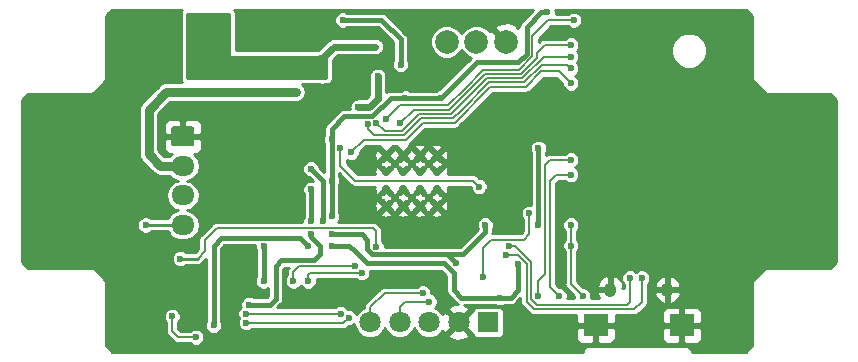
<source format=gbl>
G04 #@! TF.GenerationSoftware,KiCad,Pcbnew,(5.0.2)-1*
G04 #@! TF.CreationDate,2019-10-12T17:38:10+09:00*
G04 #@! TF.ProjectId,PD_Board,50445f42-6f61-4726-942e-6b696361645f,rev?*
G04 #@! TF.SameCoordinates,Original*
G04 #@! TF.FileFunction,Copper,L2,Bot*
G04 #@! TF.FilePolarity,Positive*
%FSLAX46Y46*%
G04 Gerber Fmt 4.6, Leading zero omitted, Abs format (unit mm)*
G04 Created by KiCad (PCBNEW (5.0.2)-1) date 2019/10/12 17:38:10*
%MOMM*%
%LPD*%
G01*
G04 APERTURE LIST*
G04 #@! TA.AperFunction,ComponentPad*
%ADD10C,2.000000*%
G04 #@! TD*
G04 #@! TA.AperFunction,ComponentPad*
%ADD11R,1.800000X1.800000*%
G04 #@! TD*
G04 #@! TA.AperFunction,ComponentPad*
%ADD12C,1.800000*%
G04 #@! TD*
G04 #@! TA.AperFunction,ComponentPad*
%ADD13O,1.050000X1.250000*%
G04 #@! TD*
G04 #@! TA.AperFunction,ComponentPad*
%ADD14R,2.100000X1.900000*%
G04 #@! TD*
G04 #@! TA.AperFunction,Conductor*
%ADD15C,0.100000*%
G04 #@! TD*
G04 #@! TA.AperFunction,ComponentPad*
%ADD16C,1.700000*%
G04 #@! TD*
G04 #@! TA.AperFunction,ComponentPad*
%ADD17O,1.950000X1.700000*%
G04 #@! TD*
G04 #@! TA.AperFunction,ComponentPad*
%ADD18C,0.712500*%
G04 #@! TD*
G04 #@! TA.AperFunction,ViaPad*
%ADD19C,0.600000*%
G04 #@! TD*
G04 #@! TA.AperFunction,Conductor*
%ADD20C,0.400000*%
G04 #@! TD*
G04 #@! TA.AperFunction,Conductor*
%ADD21C,0.200000*%
G04 #@! TD*
G04 #@! TA.AperFunction,Conductor*
%ADD22C,0.800000*%
G04 #@! TD*
G04 #@! TA.AperFunction,Conductor*
%ADD23C,0.600000*%
G04 #@! TD*
G04 #@! TA.AperFunction,Conductor*
%ADD24C,0.250000*%
G04 #@! TD*
G04 #@! TA.AperFunction,Conductor*
%ADD25C,0.254000*%
G04 #@! TD*
G04 APERTURE END LIST*
D10*
G04 #@! TO.P,J5,1*
G04 #@! TO.N,GND*
X156500000Y-78250000D03*
G04 #@! TO.P,J5,2*
G04 #@! TO.N,+6V*
X154000000Y-78250000D03*
G04 #@! TO.P,J5,3*
G04 #@! TO.N,/Servo*
X151500000Y-78250000D03*
G04 #@! TD*
D11*
G04 #@! TO.P,J2,1*
G04 #@! TO.N,Net-(J2-Pad1)*
X155000000Y-102000000D03*
D12*
G04 #@! TO.P,J2,2*
G04 #@! TO.N,GND*
X152500000Y-102000000D03*
G04 #@! TO.P,J2,3*
G04 #@! TO.N,Net-(J2-Pad3)*
X150000000Y-102000000D03*
G04 #@! TO.P,J2,4*
G04 #@! TO.N,Net-(J2-Pad4)*
X147500000Y-102000000D03*
G04 #@! TO.P,J2,5*
G04 #@! TO.N,Net-(J2-Pad5)*
X145000000Y-102000000D03*
G04 #@! TD*
D13*
G04 #@! TO.P,J3,5*
G04 #@! TO.N,GND*
X165325000Y-99250000D03*
X170175000Y-99250000D03*
D14*
X164100000Y-102250000D03*
X171400000Y-102250000D03*
G04 #@! TD*
D15*
G04 #@! TO.N,GND*
G04 #@! TO.C,J4*
G36*
X129899504Y-85401204D02*
X129923773Y-85404804D01*
X129947571Y-85410765D01*
X129970671Y-85419030D01*
X129992849Y-85429520D01*
X130013893Y-85442133D01*
X130033598Y-85456747D01*
X130051777Y-85473223D01*
X130068253Y-85491402D01*
X130082867Y-85511107D01*
X130095480Y-85532151D01*
X130105970Y-85554329D01*
X130114235Y-85577429D01*
X130120196Y-85601227D01*
X130123796Y-85625496D01*
X130125000Y-85650000D01*
X130125000Y-86850000D01*
X130123796Y-86874504D01*
X130120196Y-86898773D01*
X130114235Y-86922571D01*
X130105970Y-86945671D01*
X130095480Y-86967849D01*
X130082867Y-86988893D01*
X130068253Y-87008598D01*
X130051777Y-87026777D01*
X130033598Y-87043253D01*
X130013893Y-87057867D01*
X129992849Y-87070480D01*
X129970671Y-87080970D01*
X129947571Y-87089235D01*
X129923773Y-87095196D01*
X129899504Y-87098796D01*
X129875000Y-87100000D01*
X128425000Y-87100000D01*
X128400496Y-87098796D01*
X128376227Y-87095196D01*
X128352429Y-87089235D01*
X128329329Y-87080970D01*
X128307151Y-87070480D01*
X128286107Y-87057867D01*
X128266402Y-87043253D01*
X128248223Y-87026777D01*
X128231747Y-87008598D01*
X128217133Y-86988893D01*
X128204520Y-86967849D01*
X128194030Y-86945671D01*
X128185765Y-86922571D01*
X128179804Y-86898773D01*
X128176204Y-86874504D01*
X128175000Y-86850000D01*
X128175000Y-85650000D01*
X128176204Y-85625496D01*
X128179804Y-85601227D01*
X128185765Y-85577429D01*
X128194030Y-85554329D01*
X128204520Y-85532151D01*
X128217133Y-85511107D01*
X128231747Y-85491402D01*
X128248223Y-85473223D01*
X128266402Y-85456747D01*
X128286107Y-85442133D01*
X128307151Y-85429520D01*
X128329329Y-85419030D01*
X128352429Y-85410765D01*
X128376227Y-85404804D01*
X128400496Y-85401204D01*
X128425000Y-85400000D01*
X129875000Y-85400000D01*
X129899504Y-85401204D01*
X129899504Y-85401204D01*
G37*
D16*
G04 #@! TD*
G04 #@! TO.P,J4,1*
G04 #@! TO.N,GND*
X129150000Y-86250000D03*
D17*
G04 #@! TO.P,J4,2*
G04 #@! TO.N,VCC*
X129150000Y-88750000D03*
G04 #@! TO.P,J4,3*
G04 #@! TO.N,/CAN_H*
X129150000Y-91250000D03*
G04 #@! TO.P,J4,4*
G04 #@! TO.N,/CAN_L*
X129150000Y-93750000D03*
G04 #@! TD*
D18*
G04 #@! TO.P,U1,69*
G04 #@! TO.N,GND*
X146362500Y-92137500D03*
X147787500Y-92137500D03*
X149212500Y-92137500D03*
X150637500Y-92137500D03*
X146362500Y-90712500D03*
X147787500Y-90712500D03*
X149212500Y-90712500D03*
X150637500Y-90712500D03*
X146362500Y-89287500D03*
X147787500Y-89287500D03*
X149212500Y-89287500D03*
X150637500Y-89287500D03*
X146362500Y-87862500D03*
X147787500Y-87862500D03*
X149212500Y-87862500D03*
X150637500Y-87862500D03*
G04 #@! TD*
D19*
G04 #@! TO.N,GND*
X155000000Y-84000000D03*
X156500000Y-84000000D03*
X158000000Y-84000000D03*
X158000000Y-85750000D03*
X158000000Y-87250000D03*
X158000000Y-89000000D03*
X156500000Y-91000000D03*
X155000000Y-91000000D03*
X155000000Y-89750000D03*
X155000000Y-85250000D03*
X154250000Y-86250000D03*
X152600000Y-95100000D03*
X158000000Y-90000000D03*
X158000000Y-85000000D03*
X143500000Y-92000000D03*
X143500000Y-90750000D03*
X139000000Y-92250000D03*
X139000000Y-93250000D03*
X140750000Y-87000000D03*
X140500000Y-85500000D03*
X139750000Y-86250000D03*
X143000000Y-77500000D03*
X145000000Y-77500000D03*
X143500000Y-81250000D03*
X149750000Y-82000000D03*
X149750000Y-77500000D03*
X148500000Y-77500000D03*
X150000000Y-79500000D03*
X133000000Y-86000000D03*
X131750000Y-88000000D03*
X138000000Y-86500000D03*
X136000000Y-86250000D03*
X129250000Y-84000000D03*
X127250000Y-86250000D03*
X158250000Y-103250000D03*
X127750000Y-90000000D03*
X133000000Y-92250000D03*
X141250000Y-99000000D03*
X141250000Y-103000000D03*
X133750000Y-104250000D03*
X129250000Y-104000000D03*
X116000000Y-83000000D03*
X123000000Y-76000000D03*
X123000000Y-83000000D03*
X116000000Y-90000000D03*
X116000000Y-97000000D03*
X123000000Y-97000000D03*
X123000000Y-104000000D03*
X128000000Y-76000000D03*
X134000000Y-76000000D03*
X155000000Y-76000000D03*
X177000000Y-76000000D03*
X184000000Y-83000000D03*
X184000000Y-90000000D03*
X184000000Y-97000000D03*
X177000000Y-104000000D03*
X157000000Y-104000000D03*
X150000000Y-104000000D03*
X143000000Y-104000000D03*
X153500000Y-87500000D03*
X163000000Y-96500000D03*
X171000000Y-95000000D03*
X177000000Y-101000000D03*
X176500000Y-81500000D03*
X174500000Y-81500000D03*
X158050000Y-82925000D03*
X147700000Y-95225000D03*
X147575000Y-98225000D03*
X150450000Y-98600000D03*
X151150000Y-100625000D03*
X143950000Y-100775000D03*
X144000000Y-98750000D03*
X141150000Y-100500000D03*
X134150000Y-99225000D03*
X133700000Y-96800000D03*
X126500000Y-97000000D03*
X128300000Y-100200000D03*
X130300000Y-99200000D03*
X127600000Y-103500000D03*
X126500000Y-100400000D03*
X124900000Y-97700000D03*
X155700000Y-93800000D03*
X152750000Y-79500000D03*
X155600000Y-83000000D03*
X134000000Y-78600000D03*
X140000000Y-78200000D03*
X143500000Y-79600000D03*
X148600000Y-79300000D03*
X166750000Y-76500000D03*
X167750000Y-77500000D03*
X166000000Y-77500000D03*
X150750000Y-81000000D03*
X152250000Y-80500000D03*
X165500000Y-81000000D03*
X167000000Y-81000000D03*
X160250000Y-81750000D03*
X158000000Y-75750000D03*
X168500000Y-75750000D03*
X169500000Y-77250000D03*
X170000000Y-80000000D03*
X168500000Y-81500000D03*
X163250000Y-82750000D03*
X160500000Y-84250000D03*
X162000000Y-87000000D03*
X162250000Y-85750000D03*
X162000000Y-90750000D03*
X162250000Y-92250000D03*
X161250000Y-97250000D03*
X157000000Y-101500000D03*
X162000000Y-101750000D03*
X162000000Y-103750000D03*
X173500000Y-102250000D03*
X171500000Y-100250000D03*
X169050000Y-97550000D03*
X166750000Y-97000000D03*
X172500000Y-96750000D03*
X175250000Y-95000000D03*
X126500000Y-91250000D03*
X125000000Y-86500000D03*
X126750000Y-81750000D03*
X128500000Y-81500000D03*
X137000000Y-92500000D03*
X135250000Y-92500000D03*
X134000000Y-77250000D03*
X140000000Y-84500000D03*
X158000000Y-91000000D03*
X180000000Y-97000000D03*
X162750000Y-77250000D03*
G04 #@! TO.N,+3V3*
X134750000Y-100500000D03*
X141750000Y-90000000D03*
X141750000Y-93000000D03*
X141750000Y-86500000D03*
X154750000Y-93750000D03*
X152250000Y-97000000D03*
X151000000Y-83000000D03*
X148000000Y-83000000D03*
X141750000Y-94560000D03*
X140000000Y-90750000D03*
X140000000Y-93440000D03*
X140000000Y-94560000D03*
X160000000Y-75750000D03*
G04 #@! TO.N,Net-(C9-Pad2)*
X142493861Y-87258770D03*
X154234804Y-90509849D03*
G04 #@! TO.N,VCC*
X136000000Y-95500000D03*
X136000000Y-98500000D03*
X138750000Y-82500000D03*
X138000000Y-82500000D03*
G04 #@! TO.N,+5V*
X139750000Y-95500000D03*
X131750000Y-102250000D03*
G04 #@! TO.N,+6V*
X142700000Y-76400000D03*
X147589087Y-80173869D03*
G04 #@! TO.N,Net-(C24-Pad1)*
X145450000Y-78650000D03*
X140950000Y-81150000D03*
X140950000Y-80400000D03*
X140950000Y-79650000D03*
X130000000Y-79200000D03*
X131000000Y-76600000D03*
X131000000Y-77800000D03*
X131000000Y-79200000D03*
X130000000Y-77800000D03*
X130000000Y-76600000D03*
G04 #@! TO.N,Net-(J1-Pad1)*
X159250000Y-93750000D03*
X159250000Y-87250000D03*
G04 #@! TO.N,/SD_CS*
X162000000Y-88250000D03*
X159250000Y-99750000D03*
G04 #@! TO.N,/SD_MOSI*
X162000000Y-89500000D03*
X161000000Y-99750000D03*
G04 #@! TO.N,/SD_CLK*
X154555074Y-98120001D03*
X158500000Y-92750000D03*
G04 #@! TO.N,/SD_MISO*
X162000000Y-93750000D03*
X163000000Y-99750000D03*
X162000000Y-95500000D03*
G04 #@! TO.N,Net-(J2-Pad4)*
X150000000Y-100250000D03*
G04 #@! TO.N,Net-(J2-Pad5)*
X149460000Y-99500000D03*
G04 #@! TO.N,Net-(J3-Pad2)*
X156750000Y-95560000D03*
X167000000Y-98250000D03*
G04 #@! TO.N,Net-(J3-Pad3)*
X156491107Y-96274547D03*
X168000000Y-98250000D03*
G04 #@! TO.N,/CAN_L*
X126000000Y-93750000D03*
G04 #@! TO.N,Net-(R1-Pad1)*
X144287403Y-97810000D03*
X139750000Y-98500000D03*
G04 #@! TO.N,Net-(R2-Pad1)*
X143750000Y-97250000D03*
X138500000Y-98500000D03*
G04 #@! TO.N,/CAN_TXD*
X143179767Y-101589883D03*
X134517736Y-102024224D03*
X128250000Y-101500000D03*
X130250000Y-103250000D03*
G04 #@! TO.N,/CAN_STB*
X145500000Y-95590000D03*
X128936342Y-96595010D03*
G04 #@! TO.N,/LPS_MOSI*
X147540000Y-85150874D03*
X162000000Y-78500000D03*
G04 #@! TO.N,/LPS_MISO*
X145540000Y-85115686D03*
X162000000Y-79500000D03*
G04 #@! TO.N,/LPS_CLK*
X162250000Y-76410000D03*
X146355459Y-84752593D03*
G04 #@! TO.N,/LPS_CS*
X144784883Y-85210000D03*
X162000000Y-80500000D03*
G04 #@! TO.N,/LPS_INT*
X143400000Y-87600000D03*
X162000000Y-81750000D03*
G04 #@! TO.N,/CAN_RXD*
X142500000Y-101250000D03*
X134500000Y-101250000D03*
G04 #@! TO.N,+3.3VP*
X140000000Y-89000000D03*
X141000000Y-93440000D03*
X157500000Y-97100000D03*
X156000000Y-99900002D03*
X141750000Y-95500000D03*
G04 #@! TO.N,Net-(R17-Pad2)*
X145650000Y-81150000D03*
X144000000Y-83750000D03*
G04 #@! TD*
D20*
G04 #@! TO.N,+3V3*
X141750000Y-90000000D02*
X141750000Y-93000000D01*
X141750000Y-90000000D02*
X141750000Y-86500000D01*
X151500000Y-96250000D02*
X152250000Y-97000000D01*
X151500000Y-96250000D02*
X152850000Y-96250000D01*
X154750000Y-94350000D02*
X154750000Y-93750000D01*
X152850000Y-96250000D02*
X154750000Y-94350000D01*
X148000000Y-83000000D02*
X151000000Y-83000000D01*
X140000000Y-94750000D02*
X140750000Y-95500000D01*
X140750000Y-95500000D02*
X140750000Y-96250000D01*
X140750000Y-96250000D02*
X140250000Y-96750000D01*
X140250000Y-96750000D02*
X137500000Y-96750000D01*
X137500000Y-96750000D02*
X137000000Y-97250000D01*
X134750000Y-100500000D02*
X136500000Y-100500000D01*
X137000000Y-100000000D02*
X137000000Y-99250000D01*
X136500000Y-100500000D02*
X137000000Y-100000000D01*
X137000000Y-97250000D02*
X137000000Y-99250000D01*
X137000000Y-99250000D02*
X137000000Y-99750000D01*
X141750000Y-86500000D02*
X141750000Y-85600000D01*
X141750000Y-85600000D02*
X142800000Y-84550000D01*
X146750000Y-83000000D02*
X145200000Y-84550000D01*
X148000000Y-83000000D02*
X146750000Y-83000000D01*
X142800000Y-84550000D02*
X145200000Y-84550000D01*
X141750000Y-94560000D02*
X144310000Y-94560000D01*
X144310000Y-94560000D02*
X144750000Y-95000000D01*
X145183198Y-96250000D02*
X145500000Y-96250000D01*
X144750000Y-95816802D02*
X145183198Y-96250000D01*
X144750000Y-95000000D02*
X144750000Y-95816802D01*
X151500000Y-96250000D02*
X145500000Y-96250000D01*
X140000000Y-90750000D02*
X140000000Y-93440000D01*
X140000000Y-94560000D02*
X140000000Y-94750000D01*
X151000000Y-83000000D02*
X154000000Y-80000000D01*
X154039999Y-79960001D02*
X157539999Y-79960001D01*
X154000000Y-80000000D02*
X154039999Y-79960001D01*
X157539999Y-79960001D02*
X158250000Y-79250000D01*
X158250000Y-79250000D02*
X158250000Y-77000000D01*
X158250000Y-77000000D02*
X159500000Y-75750000D01*
X159500000Y-75750000D02*
X160000000Y-75750000D01*
D21*
G04 #@! TO.N,Net-(C9-Pad2)*
X142493861Y-87258770D02*
X142493861Y-88743861D01*
X142493861Y-88743861D02*
X143750000Y-90000000D01*
X143750000Y-90000000D02*
X152730000Y-90000000D01*
X152730000Y-90000000D02*
X153724955Y-90000000D01*
X153724955Y-90000000D02*
X154234804Y-90509849D01*
D20*
G04 #@! TO.N,VCC*
X136000000Y-95500000D02*
X136000000Y-98500000D01*
D22*
X138750000Y-82500000D02*
X138750000Y-82500000D01*
X138000000Y-82500000D02*
X138750000Y-82500000D01*
X127250000Y-88750000D02*
X129150000Y-88750000D01*
X126250000Y-87750000D02*
X127250000Y-88750000D01*
X126250000Y-84000000D02*
X126250000Y-87750000D01*
X138000000Y-82500000D02*
X127750000Y-82500000D01*
X127750000Y-82500000D02*
X126250000Y-84000000D01*
D20*
G04 #@! TO.N,+5V*
X139089999Y-94839999D02*
X132410001Y-94839999D01*
X139750000Y-95500000D02*
X139089999Y-94839999D01*
X132410001Y-94839999D02*
X131750000Y-95500000D01*
X131750000Y-95500000D02*
X131750000Y-102250000D01*
G04 #@! TO.N,+6V*
X142700000Y-76400000D02*
X145950000Y-76400000D01*
X145950000Y-76400000D02*
X147589087Y-78039087D01*
X147589087Y-78039087D02*
X147589087Y-80173869D01*
D23*
G04 #@! TO.N,Net-(C24-Pad1)*
X145450000Y-78650000D02*
X141950000Y-78650000D01*
X141950000Y-78650000D02*
X140950000Y-79650000D01*
D20*
G04 #@! TO.N,Net-(J1-Pad1)*
X159250000Y-93750000D02*
X159250000Y-87250000D01*
D21*
G04 #@! TO.N,/SD_CS*
X160250000Y-88250000D02*
X162000000Y-88250000D01*
X159810001Y-97939999D02*
X159810001Y-88689999D01*
X159810001Y-88689999D02*
X160250000Y-88250000D01*
X159250000Y-99750000D02*
X159250000Y-98500000D01*
X159250000Y-98500000D02*
X159810001Y-97939999D01*
G04 #@! TO.N,/SD_MOSI*
X160250000Y-99000000D02*
X161000000Y-99750000D01*
X160250000Y-90000000D02*
X160250000Y-99000000D01*
X162000000Y-89500000D02*
X160750000Y-89500000D01*
X160750000Y-89500000D02*
X160250000Y-90000000D01*
G04 #@! TO.N,/SD_CLK*
X154555074Y-98120001D02*
X154555074Y-95694926D01*
X154555074Y-95694926D02*
X155250000Y-95000000D01*
X155250000Y-95000000D02*
X155328802Y-95000000D01*
X155328802Y-95000000D02*
X158000000Y-95000000D01*
X158000000Y-95000000D02*
X158500000Y-94500000D01*
X158500000Y-94500000D02*
X158500000Y-92750000D01*
G04 #@! TO.N,/SD_MISO*
X163000000Y-99750000D02*
X162700001Y-99450001D01*
X162000000Y-98750000D02*
X163000000Y-99750000D01*
X162000000Y-93750000D02*
X162000000Y-95500000D01*
X162000000Y-95500000D02*
X162000000Y-98750000D01*
G04 #@! TO.N,Net-(J2-Pad4)*
X147500000Y-100727208D02*
X147977208Y-100250000D01*
X147500000Y-102000000D02*
X147500000Y-100727208D01*
X147977208Y-100250000D02*
X150000000Y-100250000D01*
G04 #@! TO.N,Net-(J2-Pad5)*
X145000000Y-100727208D02*
X146227208Y-99500000D01*
X145000000Y-102000000D02*
X145000000Y-100727208D01*
X146227208Y-99500000D02*
X149460000Y-99500000D01*
G04 #@! TO.N,Net-(J3-Pad2)*
X157297932Y-95560000D02*
X158610010Y-96872077D01*
X156750000Y-95560000D02*
X157297932Y-95560000D01*
X158610010Y-96872077D02*
X158610010Y-100000000D01*
X158610010Y-100000000D02*
X159110010Y-100500000D01*
X159110010Y-100500000D02*
X166750000Y-100500000D01*
X166750000Y-100500000D02*
X167000000Y-100250000D01*
X167000000Y-100250000D02*
X167000000Y-98250000D01*
G04 #@! TO.N,Net-(J3-Pad3)*
X157503349Y-96274547D02*
X158250000Y-97021198D01*
X156491107Y-96274547D02*
X157503349Y-96274547D01*
X158250000Y-97021198D02*
X158250000Y-100250000D01*
X158860010Y-100860010D02*
X158960889Y-100860010D01*
X158250000Y-100250000D02*
X158860010Y-100860010D01*
X158960889Y-100860010D02*
X167389990Y-100860010D01*
X167389990Y-100860010D02*
X168000000Y-100250000D01*
X168000000Y-100250000D02*
X168000000Y-98250000D01*
D24*
G04 #@! TO.N,/CAN_L*
X129150000Y-93750000D02*
X126464990Y-93750000D01*
X126464990Y-93750000D02*
X126000000Y-93750000D01*
D21*
G04 #@! TO.N,Net-(R1-Pad1)*
X144287403Y-97810000D02*
X141610003Y-97810000D01*
X141610003Y-97810000D02*
X139940000Y-97810000D01*
X139940000Y-97810000D02*
X139750000Y-98000000D01*
X139750000Y-98000000D02*
X139750000Y-98500000D01*
G04 #@! TO.N,Net-(R2-Pad1)*
X143750000Y-97250000D02*
X141410000Y-97250000D01*
X141410000Y-97250000D02*
X139000000Y-97250000D01*
X139000000Y-97250000D02*
X138500000Y-97750000D01*
X138500000Y-97750000D02*
X138500000Y-98500000D01*
G04 #@! TO.N,/CAN_TXD*
X143179767Y-101589883D02*
X142745426Y-102024224D01*
X142745426Y-102024224D02*
X134517736Y-102024224D01*
X130250000Y-103250000D02*
X128750000Y-103250000D01*
X128250000Y-102750000D02*
X128250000Y-101500000D01*
X128750000Y-103250000D02*
X128250000Y-102750000D01*
G04 #@! TO.N,/CAN_STB*
X145500000Y-95590000D02*
X145500000Y-95165736D01*
X145500000Y-95165736D02*
X145500000Y-94250000D01*
X145500000Y-94250000D02*
X145250000Y-94000000D01*
X145250000Y-94000000D02*
X132599448Y-94000000D01*
X132599448Y-94000000D02*
X132000000Y-94000000D01*
X132000000Y-94000000D02*
X131000000Y-95000000D01*
X131000000Y-95000000D02*
X131000000Y-96000000D01*
X131000000Y-96000000D02*
X130404990Y-96595010D01*
D24*
X130404990Y-96595010D02*
X128936342Y-96595010D01*
D21*
G04 #@! TO.N,/LPS_MOSI*
X159800010Y-78500000D02*
X159110010Y-79190000D01*
X162000000Y-78500000D02*
X159800010Y-78500000D01*
X151709131Y-84000000D02*
X148690874Y-84000000D01*
X159110010Y-79190000D02*
X159110010Y-79599121D01*
X148690874Y-84000000D02*
X147540000Y-85150874D01*
X159110010Y-79599121D02*
X157749121Y-80960010D01*
X157749121Y-80960010D02*
X154749120Y-80960010D01*
X154749120Y-80960010D02*
X151709131Y-84000000D01*
G04 #@! TO.N,/LPS_MISO*
X146224314Y-85800000D02*
X145540000Y-85115686D01*
X147719676Y-85800000D02*
X146224314Y-85800000D01*
X157898242Y-81320020D02*
X154898240Y-81320020D01*
X154898240Y-81320020D02*
X151858252Y-84360010D01*
X151858252Y-84360010D02*
X149159666Y-84360010D01*
X149159666Y-84360010D02*
X147719676Y-85800000D01*
X159718262Y-79500000D02*
X162000000Y-79500000D01*
X157898242Y-81320020D02*
X159718262Y-79500000D01*
G04 #@! TO.N,/LPS_CLK*
X158750000Y-79450000D02*
X158750000Y-77750000D01*
X157600000Y-80600000D02*
X158750000Y-79450000D01*
X158750000Y-77750000D02*
X160090000Y-76410000D01*
X160090000Y-76410000D02*
X162250000Y-76410000D01*
X154600000Y-80600000D02*
X157600000Y-80600000D01*
X153000000Y-82200000D02*
X154600000Y-80600000D01*
X151600000Y-83600000D02*
X153000000Y-82200000D01*
X147508052Y-83600000D02*
X151600000Y-83600000D01*
X146355459Y-84752593D02*
X147508052Y-83600000D01*
G04 #@! TO.N,/LPS_CS*
X147868796Y-86160010D02*
X145310629Y-86160010D01*
X145310629Y-86160010D02*
X144784883Y-85634264D01*
X149308786Y-84720020D02*
X147868796Y-86160010D01*
X144784883Y-85634264D02*
X144784883Y-85210000D01*
X152663696Y-84063697D02*
X152007373Y-84720020D01*
X162000000Y-80500000D02*
X161700001Y-80200001D01*
X161700001Y-80200001D02*
X159527392Y-80200001D01*
X152007373Y-84720020D02*
X149308786Y-84720020D01*
X158047363Y-81680030D02*
X155047360Y-81680030D01*
X155047360Y-81680030D02*
X152663696Y-84063694D01*
X159527392Y-80200001D02*
X158047363Y-81680030D01*
X152663696Y-84063694D02*
X152663696Y-84063697D01*
G04 #@! TO.N,/LPS_INT*
X144479980Y-86520020D02*
X143400000Y-87600000D01*
X148017917Y-86520020D02*
X144479980Y-86520020D01*
X149457906Y-85080030D02*
X148017917Y-86520020D01*
X152156494Y-85080030D02*
X149457906Y-85080030D01*
X155000000Y-82236523D02*
X152156494Y-85080030D01*
X161000000Y-80750000D02*
X159500000Y-80750000D01*
X162000000Y-81750000D02*
X161000000Y-80750000D01*
X159500000Y-80750000D02*
X158209960Y-82040040D01*
X158209960Y-82040040D02*
X155196480Y-82040040D01*
X155196480Y-82040040D02*
X155000000Y-82236520D01*
X155000000Y-82236520D02*
X155000000Y-82236523D01*
G04 #@! TO.N,/CAN_RXD*
X142500000Y-101250000D02*
X134500000Y-101250000D01*
D20*
G04 #@! TO.N,+3.3VP*
X151250000Y-97000000D02*
X144750000Y-97000000D01*
X156899998Y-99900002D02*
X156899998Y-99900002D01*
X157500000Y-99200000D02*
X157500000Y-99300000D01*
X157500000Y-97100000D02*
X157500000Y-97100000D01*
X141000000Y-93440000D02*
X141000000Y-90000000D01*
X144750000Y-97000000D02*
X143750000Y-96000000D01*
X143750000Y-96000000D02*
X143250000Y-95500000D01*
X157500000Y-99300000D02*
X156899998Y-99900002D01*
X142250000Y-95500000D02*
X141750000Y-95500000D01*
X152700002Y-99900002D02*
X152100000Y-99300000D01*
X143250000Y-95500000D02*
X142250000Y-95500000D01*
X152100000Y-97850000D02*
X151250000Y-97000000D01*
X152100000Y-97900000D02*
X152100000Y-97850000D01*
X141000000Y-90000000D02*
X140000000Y-89000000D01*
X152100000Y-99300000D02*
X152100000Y-97900000D01*
X157500000Y-97100000D02*
X157500000Y-99200000D01*
X156899998Y-99900002D02*
X152700002Y-99900002D01*
D23*
G04 #@! TO.N,Net-(R17-Pad2)*
X145650000Y-83050000D02*
X145650000Y-81150000D01*
X144950000Y-83750000D02*
X145650000Y-83050000D01*
X144000000Y-83750000D02*
X144950000Y-83750000D01*
G04 #@! TD*
D25*
G04 #@! TO.N,GND*
G36*
X129005503Y-75636594D02*
X128973000Y-75800000D01*
X128973000Y-81400000D01*
X129005503Y-81563406D01*
X129078731Y-81673000D01*
X127831442Y-81673000D01*
X127749999Y-81656800D01*
X127668556Y-81673000D01*
X127668552Y-81673000D01*
X127427321Y-81720984D01*
X127349474Y-81773000D01*
X127224395Y-81856575D01*
X127153767Y-81903767D01*
X127107631Y-81972814D01*
X125722819Y-83357628D01*
X125653767Y-83403767D01*
X125470984Y-83677322D01*
X125423000Y-83918553D01*
X125423000Y-83918556D01*
X125406800Y-84000000D01*
X125423000Y-84081444D01*
X125423001Y-87668551D01*
X125406800Y-87750000D01*
X125470984Y-88072678D01*
X125525166Y-88153767D01*
X125653768Y-88346233D01*
X125722817Y-88392370D01*
X126607631Y-89277186D01*
X126653767Y-89346233D01*
X126722813Y-89392368D01*
X126722815Y-89392370D01*
X126927321Y-89529016D01*
X127250000Y-89593201D01*
X127331448Y-89577000D01*
X128041750Y-89577000D01*
X128104335Y-89670665D01*
X128526740Y-89952907D01*
X128763493Y-90000000D01*
X128526740Y-90047093D01*
X128104335Y-90329335D01*
X127822093Y-90751740D01*
X127722983Y-91250000D01*
X127822093Y-91748260D01*
X128104335Y-92170665D01*
X128526740Y-92452907D01*
X128763493Y-92500000D01*
X128526740Y-92547093D01*
X128104335Y-92829335D01*
X127858001Y-93198000D01*
X126476134Y-93198000D01*
X126411813Y-93133679D01*
X126144609Y-93023000D01*
X125855391Y-93023000D01*
X125588187Y-93133679D01*
X125383679Y-93338187D01*
X125273000Y-93605391D01*
X125273000Y-93894609D01*
X125383679Y-94161813D01*
X125588187Y-94366321D01*
X125855391Y-94477000D01*
X126144609Y-94477000D01*
X126411813Y-94366321D01*
X126476134Y-94302000D01*
X127858001Y-94302000D01*
X128104335Y-94670665D01*
X128526740Y-94952907D01*
X128899231Y-95027000D01*
X129400769Y-95027000D01*
X129773260Y-94952907D01*
X130195665Y-94670665D01*
X130477907Y-94248260D01*
X130577017Y-93750000D01*
X130477907Y-93251740D01*
X130195665Y-92829335D01*
X129773260Y-92547093D01*
X129536507Y-92500000D01*
X129773260Y-92452907D01*
X130195665Y-92170665D01*
X130477907Y-91748260D01*
X130577017Y-91250000D01*
X130477907Y-90751740D01*
X130195665Y-90329335D01*
X129773260Y-90047093D01*
X129536507Y-90000000D01*
X129773260Y-89952907D01*
X130195665Y-89670665D01*
X130477907Y-89248260D01*
X130577017Y-88750000D01*
X130477907Y-88251740D01*
X130195665Y-87829335D01*
X130054483Y-87735000D01*
X130251310Y-87735000D01*
X130484699Y-87638327D01*
X130663327Y-87459698D01*
X130760000Y-87226309D01*
X130760000Y-86535750D01*
X130601250Y-86377000D01*
X129277000Y-86377000D01*
X129277000Y-86397000D01*
X129023000Y-86397000D01*
X129023000Y-86377000D01*
X127698750Y-86377000D01*
X127540000Y-86535750D01*
X127540000Y-87226309D01*
X127636673Y-87459698D01*
X127815301Y-87638327D01*
X128048690Y-87735000D01*
X128245517Y-87735000D01*
X128104335Y-87829335D01*
X128041750Y-87923000D01*
X127592554Y-87923000D01*
X127077000Y-87407446D01*
X127077000Y-85273691D01*
X127540000Y-85273691D01*
X127540000Y-85964250D01*
X127698750Y-86123000D01*
X129023000Y-86123000D01*
X129023000Y-84923750D01*
X129277000Y-84923750D01*
X129277000Y-86123000D01*
X130601250Y-86123000D01*
X130760000Y-85964250D01*
X130760000Y-85273691D01*
X130663327Y-85040302D01*
X130484699Y-84861673D01*
X130251310Y-84765000D01*
X129435750Y-84765000D01*
X129277000Y-84923750D01*
X129023000Y-84923750D01*
X128864250Y-84765000D01*
X128048690Y-84765000D01*
X127815301Y-84861673D01*
X127636673Y-85040302D01*
X127540000Y-85273691D01*
X127077000Y-85273691D01*
X127077000Y-84342553D01*
X128092555Y-83327000D01*
X138831448Y-83327000D01*
X139072679Y-83279016D01*
X139346233Y-83096233D01*
X139529016Y-82822679D01*
X139593201Y-82500000D01*
X139529016Y-82177321D01*
X139346233Y-81903767D01*
X139231343Y-81827000D01*
X140684680Y-81827000D01*
X140805391Y-81877000D01*
X141094609Y-81877000D01*
X141215320Y-81827000D01*
X141400000Y-81827000D01*
X141563406Y-81794497D01*
X141701935Y-81701935D01*
X141794497Y-81563406D01*
X141827000Y-81400000D01*
X141827000Y-79801133D01*
X142251134Y-79377000D01*
X145594609Y-79377000D01*
X145662063Y-79349060D01*
X145733661Y-79334818D01*
X145794358Y-79294262D01*
X145861813Y-79266321D01*
X145913442Y-79214692D01*
X145974137Y-79174137D01*
X146014692Y-79113442D01*
X146066321Y-79061813D01*
X146094262Y-78994358D01*
X146134818Y-78933661D01*
X146149060Y-78862063D01*
X146177000Y-78794609D01*
X146177000Y-78721599D01*
X146191242Y-78650000D01*
X146177000Y-78578401D01*
X146177000Y-78505391D01*
X146149060Y-78437937D01*
X146134818Y-78366339D01*
X146094262Y-78305642D01*
X146066321Y-78238187D01*
X146014692Y-78186558D01*
X145974137Y-78125863D01*
X145913442Y-78085308D01*
X145861813Y-78033679D01*
X145794358Y-78005738D01*
X145733661Y-77965182D01*
X145662063Y-77950940D01*
X145594609Y-77923000D01*
X142021595Y-77923000D01*
X141950000Y-77908759D01*
X141878405Y-77923000D01*
X141878401Y-77923000D01*
X141671261Y-77964203D01*
X141666339Y-77965182D01*
X141486561Y-78085305D01*
X141486558Y-78085308D01*
X141425863Y-78125863D01*
X141385307Y-78186559D01*
X140598868Y-78973000D01*
X133627000Y-78973000D01*
X133627000Y-76255391D01*
X141973000Y-76255391D01*
X141973000Y-76544609D01*
X142083679Y-76811813D01*
X142288187Y-77016321D01*
X142555391Y-77127000D01*
X142844609Y-77127000D01*
X143086031Y-77027000D01*
X145690289Y-77027000D01*
X146962087Y-78298799D01*
X146962088Y-79787836D01*
X146862087Y-80029260D01*
X146862087Y-80318478D01*
X146972766Y-80585682D01*
X147177274Y-80790190D01*
X147444478Y-80900869D01*
X147733696Y-80900869D01*
X148000900Y-80790190D01*
X148205408Y-80585682D01*
X148316087Y-80318478D01*
X148316087Y-80029260D01*
X148216087Y-79787838D01*
X148216087Y-78100832D01*
X148228369Y-78039086D01*
X148216087Y-77977338D01*
X148216087Y-77977337D01*
X148179707Y-77794444D01*
X148076106Y-77639394D01*
X148041128Y-77587046D01*
X147988781Y-77552069D01*
X146437020Y-76000309D01*
X146402041Y-75947959D01*
X146194643Y-75809380D01*
X146011750Y-75773000D01*
X146011746Y-75773000D01*
X145950000Y-75760718D01*
X145888254Y-75773000D01*
X143086031Y-75773000D01*
X142844609Y-75673000D01*
X142555391Y-75673000D01*
X142288187Y-75783679D01*
X142083679Y-75988187D01*
X141973000Y-76255391D01*
X133627000Y-76255391D01*
X133627000Y-75800000D01*
X133594497Y-75636594D01*
X133521269Y-75527000D01*
X158836288Y-75527000D01*
X157850307Y-76512982D01*
X157797960Y-76547959D01*
X157762982Y-76600307D01*
X157762981Y-76600308D01*
X157659380Y-76755358D01*
X157610718Y-77000000D01*
X157612381Y-77008361D01*
X157587206Y-76983186D01*
X157472926Y-77097466D01*
X157374264Y-76830613D01*
X156764539Y-76604092D01*
X156114540Y-76628144D01*
X155625736Y-76830613D01*
X155527073Y-77097468D01*
X156500000Y-78070395D01*
X156514143Y-78056253D01*
X156693748Y-78235858D01*
X156679605Y-78250000D01*
X156693748Y-78264143D01*
X156514143Y-78443748D01*
X156500000Y-78429605D01*
X156485858Y-78443748D01*
X156306253Y-78264143D01*
X156320395Y-78250000D01*
X155347468Y-77277073D01*
X155126759Y-77358675D01*
X154808331Y-77040247D01*
X154283848Y-76823000D01*
X153716152Y-76823000D01*
X153191669Y-77040247D01*
X152790247Y-77441669D01*
X152750000Y-77538834D01*
X152709753Y-77441669D01*
X152308331Y-77040247D01*
X151783848Y-76823000D01*
X151216152Y-76823000D01*
X150691669Y-77040247D01*
X150290247Y-77441669D01*
X150073000Y-77966152D01*
X150073000Y-78533848D01*
X150290247Y-79058331D01*
X150691669Y-79459753D01*
X151216152Y-79677000D01*
X151783848Y-79677000D01*
X152308331Y-79459753D01*
X152709753Y-79058331D01*
X152750000Y-78961166D01*
X152790247Y-79058331D01*
X153191669Y-79459753D01*
X153518258Y-79595030D01*
X150829610Y-82283679D01*
X150613969Y-82373000D01*
X148386031Y-82373000D01*
X148144609Y-82273000D01*
X147855391Y-82273000D01*
X147613969Y-82373000D01*
X146811745Y-82373000D01*
X146749999Y-82360718D01*
X146688253Y-82373000D01*
X146688250Y-82373000D01*
X146505357Y-82409380D01*
X146377000Y-82495145D01*
X146377000Y-81005391D01*
X146349060Y-80937937D01*
X146334818Y-80866339D01*
X146294262Y-80805642D01*
X146266321Y-80738187D01*
X146214692Y-80686558D01*
X146174137Y-80625863D01*
X146113442Y-80585308D01*
X146061813Y-80533679D01*
X145994358Y-80505738D01*
X145933661Y-80465182D01*
X145862063Y-80450940D01*
X145794609Y-80423000D01*
X145721599Y-80423000D01*
X145650000Y-80408758D01*
X145578401Y-80423000D01*
X145505391Y-80423000D01*
X145437936Y-80450940D01*
X145366340Y-80465182D01*
X145305645Y-80505737D01*
X145238187Y-80533679D01*
X145186556Y-80585310D01*
X145125864Y-80625863D01*
X145085311Y-80686555D01*
X145033679Y-80738187D01*
X145005737Y-80805646D01*
X144965183Y-80866339D01*
X144950942Y-80937933D01*
X144923000Y-81005391D01*
X144923000Y-81294609D01*
X144923001Y-81294611D01*
X144923000Y-82748867D01*
X144648868Y-83023000D01*
X143855391Y-83023000D01*
X143787937Y-83050940D01*
X143716339Y-83065182D01*
X143655642Y-83105738D01*
X143588187Y-83133679D01*
X143536558Y-83185308D01*
X143475863Y-83225863D01*
X143435308Y-83286558D01*
X143383679Y-83338187D01*
X143355738Y-83405642D01*
X143315182Y-83466339D01*
X143300940Y-83537937D01*
X143273000Y-83605391D01*
X143273000Y-83678401D01*
X143258758Y-83750000D01*
X143273000Y-83821599D01*
X143273000Y-83894609D01*
X143284760Y-83923000D01*
X142861744Y-83923000D01*
X142799999Y-83910718D01*
X142738254Y-83923000D01*
X142738250Y-83923000D01*
X142555357Y-83959380D01*
X142347959Y-84097959D01*
X142312981Y-84150307D01*
X141350307Y-85112982D01*
X141297960Y-85147959D01*
X141262982Y-85200307D01*
X141262981Y-85200308D01*
X141159380Y-85355358D01*
X141110718Y-85600000D01*
X141123001Y-85661751D01*
X141123000Y-86113967D01*
X141023000Y-86355391D01*
X141023000Y-86644609D01*
X141123001Y-86886034D01*
X141123000Y-89236289D01*
X140716321Y-88829610D01*
X140616321Y-88588187D01*
X140411813Y-88383679D01*
X140144609Y-88273000D01*
X139855391Y-88273000D01*
X139588187Y-88383679D01*
X139383679Y-88588187D01*
X139273000Y-88855391D01*
X139273000Y-89144609D01*
X139383679Y-89411813D01*
X139588187Y-89616321D01*
X139829610Y-89716321D01*
X140136288Y-90023000D01*
X139855391Y-90023000D01*
X139588187Y-90133679D01*
X139383679Y-90338187D01*
X139273000Y-90605391D01*
X139273000Y-90894609D01*
X139373000Y-91136032D01*
X139373001Y-93053966D01*
X139273000Y-93295391D01*
X139273000Y-93473000D01*
X132051899Y-93473000D01*
X132000000Y-93462677D01*
X131948101Y-93473000D01*
X131948097Y-93473000D01*
X131803565Y-93501749D01*
X131794375Y-93503577D01*
X131664055Y-93590654D01*
X131664052Y-93590657D01*
X131620055Y-93620055D01*
X131590656Y-93664053D01*
X130664056Y-94590654D01*
X130620055Y-94620055D01*
X130590655Y-94664055D01*
X130590654Y-94664056D01*
X130562879Y-94705624D01*
X130503577Y-94794376D01*
X130473000Y-94948098D01*
X130473000Y-94948102D01*
X130462677Y-95000000D01*
X130473000Y-95051898D01*
X130473001Y-95781709D01*
X130211700Y-96043010D01*
X129412476Y-96043010D01*
X129348155Y-95978689D01*
X129080951Y-95868010D01*
X128791733Y-95868010D01*
X128524529Y-95978689D01*
X128320021Y-96183197D01*
X128209342Y-96450401D01*
X128209342Y-96739619D01*
X128320021Y-97006823D01*
X128524529Y-97211331D01*
X128791733Y-97322010D01*
X129080951Y-97322010D01*
X129348155Y-97211331D01*
X129412476Y-97147010D01*
X130459355Y-97147010D01*
X130620370Y-97114982D01*
X130802960Y-96992980D01*
X130904950Y-96840340D01*
X131123000Y-96622290D01*
X131123001Y-101863966D01*
X131023000Y-102105391D01*
X131023000Y-102394609D01*
X131133679Y-102661813D01*
X131338187Y-102866321D01*
X131605391Y-102977000D01*
X131894609Y-102977000D01*
X132161813Y-102866321D01*
X132366321Y-102661813D01*
X132477000Y-102394609D01*
X132477000Y-102105391D01*
X132377000Y-101863969D01*
X132377000Y-95759711D01*
X132669713Y-95466999D01*
X135273000Y-95466999D01*
X135273000Y-95644609D01*
X135373000Y-95886032D01*
X135373001Y-98113966D01*
X135273000Y-98355391D01*
X135273000Y-98644609D01*
X135383679Y-98911813D01*
X135588187Y-99116321D01*
X135855391Y-99227000D01*
X136144609Y-99227000D01*
X136373001Y-99132397D01*
X136373001Y-99188245D01*
X136373000Y-99188250D01*
X136373000Y-99740289D01*
X136240289Y-99873000D01*
X135136031Y-99873000D01*
X134894609Y-99773000D01*
X134605391Y-99773000D01*
X134338187Y-99883679D01*
X134133679Y-100088187D01*
X134023000Y-100355391D01*
X134023000Y-100644609D01*
X134038891Y-100682975D01*
X133883679Y-100838187D01*
X133773000Y-101105391D01*
X133773000Y-101394609D01*
X133882316Y-101658521D01*
X133790736Y-101879615D01*
X133790736Y-102168833D01*
X133901415Y-102436037D01*
X134105923Y-102640545D01*
X134373127Y-102751224D01*
X134662345Y-102751224D01*
X134929549Y-102640545D01*
X135018870Y-102551224D01*
X142693528Y-102551224D01*
X142745426Y-102561547D01*
X142797324Y-102551224D01*
X142797329Y-102551224D01*
X142951051Y-102520647D01*
X143125371Y-102404169D01*
X143154771Y-102360169D01*
X143198057Y-102316883D01*
X143324376Y-102316883D01*
X143591580Y-102206204D01*
X143673000Y-102124784D01*
X143673000Y-102263957D01*
X143875024Y-102751685D01*
X144248315Y-103124976D01*
X144736043Y-103327000D01*
X145263957Y-103327000D01*
X145751685Y-103124976D01*
X146124976Y-102751685D01*
X146250000Y-102449851D01*
X146375024Y-102751685D01*
X146748315Y-103124976D01*
X147236043Y-103327000D01*
X147763957Y-103327000D01*
X148251685Y-103124976D01*
X148624976Y-102751685D01*
X148750000Y-102449851D01*
X148875024Y-102751685D01*
X149248315Y-103124976D01*
X149736043Y-103327000D01*
X150263957Y-103327000D01*
X150751685Y-103124976D01*
X150796502Y-103080159D01*
X151599446Y-103080159D01*
X151685852Y-103336643D01*
X152259336Y-103546458D01*
X152869460Y-103520839D01*
X153314148Y-103336643D01*
X153400554Y-103080159D01*
X152500000Y-102179605D01*
X151599446Y-103080159D01*
X150796502Y-103080159D01*
X151124976Y-102751685D01*
X151131230Y-102736587D01*
X151163357Y-102814148D01*
X151419841Y-102900554D01*
X152320395Y-102000000D01*
X152679605Y-102000000D01*
X153580159Y-102900554D01*
X153664635Y-102872095D01*
X153664635Y-102900000D01*
X153697775Y-103066607D01*
X153792150Y-103207850D01*
X153933393Y-103302225D01*
X154100000Y-103335365D01*
X155900000Y-103335365D01*
X156066607Y-103302225D01*
X156207850Y-103207850D01*
X156302225Y-103066607D01*
X156335365Y-102900000D01*
X156335365Y-102535750D01*
X162415000Y-102535750D01*
X162415000Y-103326310D01*
X162511673Y-103559699D01*
X162690302Y-103738327D01*
X162923691Y-103835000D01*
X163814250Y-103835000D01*
X163973000Y-103676250D01*
X163973000Y-102377000D01*
X164227000Y-102377000D01*
X164227000Y-103676250D01*
X164385750Y-103835000D01*
X165276309Y-103835000D01*
X165509698Y-103738327D01*
X165688327Y-103559699D01*
X165785000Y-103326310D01*
X165785000Y-102535750D01*
X169715000Y-102535750D01*
X169715000Y-103326310D01*
X169811673Y-103559699D01*
X169990302Y-103738327D01*
X170223691Y-103835000D01*
X171114250Y-103835000D01*
X171273000Y-103676250D01*
X171273000Y-102377000D01*
X171527000Y-102377000D01*
X171527000Y-103676250D01*
X171685750Y-103835000D01*
X172576309Y-103835000D01*
X172809698Y-103738327D01*
X172988327Y-103559699D01*
X173085000Y-103326310D01*
X173085000Y-102535750D01*
X172926250Y-102377000D01*
X171527000Y-102377000D01*
X171273000Y-102377000D01*
X169873750Y-102377000D01*
X169715000Y-102535750D01*
X165785000Y-102535750D01*
X165626250Y-102377000D01*
X164227000Y-102377000D01*
X163973000Y-102377000D01*
X162573750Y-102377000D01*
X162415000Y-102535750D01*
X156335365Y-102535750D01*
X156335365Y-101100000D01*
X156302225Y-100933393D01*
X156207850Y-100792150D01*
X156066607Y-100697775D01*
X155900000Y-100664635D01*
X154100000Y-100664635D01*
X153933393Y-100697775D01*
X153792150Y-100792150D01*
X153697775Y-100933393D01*
X153664635Y-101100000D01*
X153664635Y-101127905D01*
X153580159Y-101099446D01*
X152679605Y-102000000D01*
X152320395Y-102000000D01*
X151419841Y-101099446D01*
X151163357Y-101185852D01*
X151133221Y-101268221D01*
X151124976Y-101248315D01*
X150751685Y-100875024D01*
X150505205Y-100772929D01*
X150616321Y-100661813D01*
X150727000Y-100394609D01*
X150727000Y-100105391D01*
X150616321Y-99838187D01*
X150411813Y-99633679D01*
X150187000Y-99540559D01*
X150187000Y-99355391D01*
X150076321Y-99088187D01*
X149871813Y-98883679D01*
X149604609Y-98773000D01*
X149315391Y-98773000D01*
X149048187Y-98883679D01*
X148958866Y-98973000D01*
X146279105Y-98973000D01*
X146227207Y-98962677D01*
X146175309Y-98973000D01*
X146175305Y-98973000D01*
X146021583Y-99003577D01*
X146018918Y-99005358D01*
X145891263Y-99090654D01*
X145891260Y-99090657D01*
X145847263Y-99120055D01*
X145817864Y-99164053D01*
X144664053Y-100317865D01*
X144620056Y-100347263D01*
X144590658Y-100391260D01*
X144590654Y-100391264D01*
X144517999Y-100500000D01*
X144503578Y-100521583D01*
X144473460Y-100673000D01*
X144462677Y-100727208D01*
X144473001Y-100779110D01*
X144473001Y-100781956D01*
X144248315Y-100875024D01*
X143875024Y-101248315D01*
X143850104Y-101308477D01*
X143796088Y-101178070D01*
X143591580Y-100973562D01*
X143324376Y-100862883D01*
X143126550Y-100862883D01*
X143116321Y-100838187D01*
X142911813Y-100633679D01*
X142644609Y-100523000D01*
X142355391Y-100523000D01*
X142088187Y-100633679D01*
X141998866Y-100723000D01*
X137163711Y-100723000D01*
X137399691Y-100487020D01*
X137452041Y-100452041D01*
X137590620Y-100244643D01*
X137627000Y-100061750D01*
X137627000Y-100061746D01*
X137639282Y-100000000D01*
X137627000Y-99938254D01*
X137627000Y-97509711D01*
X137759711Y-97377000D01*
X138115414Y-97377000D01*
X138090655Y-97414055D01*
X138090654Y-97414056D01*
X138062879Y-97455625D01*
X138003577Y-97544376D01*
X137973000Y-97698098D01*
X137973000Y-97698102D01*
X137962677Y-97750000D01*
X137973000Y-97801898D01*
X137973000Y-97998866D01*
X137883679Y-98088187D01*
X137773000Y-98355391D01*
X137773000Y-98644609D01*
X137883679Y-98911813D01*
X138088187Y-99116321D01*
X138355391Y-99227000D01*
X138644609Y-99227000D01*
X138911813Y-99116321D01*
X139116321Y-98911813D01*
X139125000Y-98890860D01*
X139133679Y-98911813D01*
X139338187Y-99116321D01*
X139605391Y-99227000D01*
X139894609Y-99227000D01*
X140161813Y-99116321D01*
X140366321Y-98911813D01*
X140477000Y-98644609D01*
X140477000Y-98355391D01*
X140469382Y-98337000D01*
X143786269Y-98337000D01*
X143875590Y-98426321D01*
X144142794Y-98537000D01*
X144432012Y-98537000D01*
X144699216Y-98426321D01*
X144903724Y-98221813D01*
X145014403Y-97954609D01*
X145014403Y-97665391D01*
X144998501Y-97627000D01*
X150990289Y-97627000D01*
X151473001Y-98109713D01*
X151473000Y-99238253D01*
X151460718Y-99300000D01*
X151473000Y-99361746D01*
X151473000Y-99361749D01*
X151509380Y-99544642D01*
X151647959Y-99752041D01*
X151700309Y-99787020D01*
X152212983Y-100299695D01*
X152247961Y-100352043D01*
X152300309Y-100387021D01*
X152420015Y-100467006D01*
X152130540Y-100479161D01*
X151685852Y-100663357D01*
X151599446Y-100919841D01*
X152500000Y-101820395D01*
X153400554Y-100919841D01*
X153314148Y-100663357D01*
X152941451Y-100527002D01*
X155613969Y-100527002D01*
X155855391Y-100627002D01*
X156144609Y-100627002D01*
X156386031Y-100527002D01*
X156838252Y-100527002D01*
X156899998Y-100539284D01*
X156961744Y-100527002D01*
X156961748Y-100527002D01*
X157144641Y-100490622D01*
X157352039Y-100352043D01*
X157387018Y-100299693D01*
X157723001Y-99963711D01*
X157723001Y-100198097D01*
X157712677Y-100250000D01*
X157723001Y-100301902D01*
X157723001Y-100301903D01*
X157729189Y-100333010D01*
X157753578Y-100455625D01*
X157840654Y-100585944D01*
X157840658Y-100585948D01*
X157870056Y-100629945D01*
X157914053Y-100659343D01*
X158450665Y-101195955D01*
X158480065Y-101239955D01*
X158654385Y-101356433D01*
X158808107Y-101387010D01*
X158808111Y-101387010D01*
X158860009Y-101397333D01*
X158911907Y-101387010D01*
X162415000Y-101387010D01*
X162415000Y-101964250D01*
X162573750Y-102123000D01*
X163973000Y-102123000D01*
X163973000Y-102103000D01*
X164227000Y-102103000D01*
X164227000Y-102123000D01*
X165626250Y-102123000D01*
X165785000Y-101964250D01*
X165785000Y-101387010D01*
X167338092Y-101387010D01*
X167389990Y-101397333D01*
X167441888Y-101387010D01*
X167441893Y-101387010D01*
X167595615Y-101356433D01*
X167769935Y-101239955D01*
X167799335Y-101195955D01*
X167821600Y-101173690D01*
X169715000Y-101173690D01*
X169715000Y-101964250D01*
X169873750Y-102123000D01*
X171273000Y-102123000D01*
X171273000Y-100823750D01*
X171527000Y-100823750D01*
X171527000Y-102123000D01*
X172926250Y-102123000D01*
X173085000Y-101964250D01*
X173085000Y-101173690D01*
X172988327Y-100940301D01*
X172809698Y-100761673D01*
X172576309Y-100665000D01*
X171685750Y-100665000D01*
X171527000Y-100823750D01*
X171273000Y-100823750D01*
X171114250Y-100665000D01*
X170223691Y-100665000D01*
X169990302Y-100761673D01*
X169811673Y-100940301D01*
X169715000Y-101173690D01*
X167821600Y-101173690D01*
X168335945Y-100659345D01*
X168379945Y-100629945D01*
X168496423Y-100455625D01*
X168527000Y-100301903D01*
X168527000Y-100301899D01*
X168537323Y-100250001D01*
X168527000Y-100198103D01*
X168527000Y-99557901D01*
X169034963Y-99557901D01*
X169201303Y-99978349D01*
X169515880Y-100303136D01*
X169869190Y-100468964D01*
X170048000Y-100343163D01*
X170048000Y-99377000D01*
X170302000Y-99377000D01*
X170302000Y-100343163D01*
X170480810Y-100468964D01*
X170834120Y-100303136D01*
X171148697Y-99978349D01*
X171315037Y-99557901D01*
X171174774Y-99377000D01*
X170302000Y-99377000D01*
X170048000Y-99377000D01*
X169175226Y-99377000D01*
X169034963Y-99557901D01*
X168527000Y-99557901D01*
X168527000Y-98942099D01*
X169034963Y-98942099D01*
X169175226Y-99123000D01*
X170048000Y-99123000D01*
X170048000Y-98156837D01*
X170302000Y-98156837D01*
X170302000Y-99123000D01*
X171174774Y-99123000D01*
X171315037Y-98942099D01*
X171148697Y-98521651D01*
X170834120Y-98196864D01*
X170480810Y-98031036D01*
X170302000Y-98156837D01*
X170048000Y-98156837D01*
X169869190Y-98031036D01*
X169515880Y-98196864D01*
X169201303Y-98521651D01*
X169034963Y-98942099D01*
X168527000Y-98942099D01*
X168527000Y-98751134D01*
X168616321Y-98661813D01*
X168727000Y-98394609D01*
X168727000Y-98105391D01*
X168616321Y-97838187D01*
X168411813Y-97633679D01*
X168144609Y-97523000D01*
X167855391Y-97523000D01*
X167588187Y-97633679D01*
X167500000Y-97721866D01*
X167411813Y-97633679D01*
X167144609Y-97523000D01*
X166855391Y-97523000D01*
X166588187Y-97633679D01*
X166383679Y-97838187D01*
X166273000Y-98105391D01*
X166273000Y-98394609D01*
X166383679Y-98661813D01*
X166473001Y-98751135D01*
X166473001Y-99122998D01*
X166324776Y-99122998D01*
X166465037Y-98942099D01*
X166298697Y-98521651D01*
X165984120Y-98196864D01*
X165630810Y-98031036D01*
X165452000Y-98156837D01*
X165452000Y-99123000D01*
X165472000Y-99123000D01*
X165472000Y-99377000D01*
X165452000Y-99377000D01*
X165452000Y-99397000D01*
X165198000Y-99397000D01*
X165198000Y-99377000D01*
X164325226Y-99377000D01*
X164184963Y-99557901D01*
X164349187Y-99973000D01*
X163694530Y-99973000D01*
X163727000Y-99894609D01*
X163727000Y-99605391D01*
X163616321Y-99338187D01*
X163411813Y-99133679D01*
X163144609Y-99023000D01*
X163018291Y-99023000D01*
X162937390Y-98942099D01*
X164184963Y-98942099D01*
X164325226Y-99123000D01*
X165198000Y-99123000D01*
X165198000Y-98156837D01*
X165019190Y-98031036D01*
X164665880Y-98196864D01*
X164351303Y-98521651D01*
X164184963Y-98942099D01*
X162937390Y-98942099D01*
X162527000Y-98531710D01*
X162527000Y-96001134D01*
X162616321Y-95911813D01*
X162727000Y-95644609D01*
X162727000Y-95355391D01*
X162616321Y-95088187D01*
X162527000Y-94998866D01*
X162527000Y-94251134D01*
X162616321Y-94161813D01*
X162727000Y-93894609D01*
X162727000Y-93605391D01*
X162616321Y-93338187D01*
X162411813Y-93133679D01*
X162144609Y-93023000D01*
X161855391Y-93023000D01*
X161588187Y-93133679D01*
X161383679Y-93338187D01*
X161273000Y-93605391D01*
X161273000Y-93894609D01*
X161383679Y-94161813D01*
X161473000Y-94251134D01*
X161473001Y-94998865D01*
X161383679Y-95088187D01*
X161273000Y-95355391D01*
X161273000Y-95644609D01*
X161383679Y-95911813D01*
X161473000Y-96001134D01*
X161473001Y-98698097D01*
X161462677Y-98750000D01*
X161473001Y-98801903D01*
X161485814Y-98866321D01*
X161503578Y-98955625D01*
X161590654Y-99085944D01*
X161590658Y-99085948D01*
X161620056Y-99129945D01*
X161664053Y-99159343D01*
X162273000Y-99768291D01*
X162273000Y-99894609D01*
X162305470Y-99973000D01*
X161694530Y-99973000D01*
X161727000Y-99894609D01*
X161727000Y-99605391D01*
X161616321Y-99338187D01*
X161411813Y-99133679D01*
X161144609Y-99023000D01*
X161018291Y-99023000D01*
X160777000Y-98781710D01*
X160777000Y-90218290D01*
X160968291Y-90027000D01*
X161498866Y-90027000D01*
X161588187Y-90116321D01*
X161855391Y-90227000D01*
X162144609Y-90227000D01*
X162411813Y-90116321D01*
X162616321Y-89911813D01*
X162727000Y-89644609D01*
X162727000Y-89355391D01*
X162616321Y-89088187D01*
X162411813Y-88883679D01*
X162390860Y-88875000D01*
X162411813Y-88866321D01*
X162616321Y-88661813D01*
X162727000Y-88394609D01*
X162727000Y-88105391D01*
X162616321Y-87838187D01*
X162411813Y-87633679D01*
X162144609Y-87523000D01*
X161855391Y-87523000D01*
X161588187Y-87633679D01*
X161498866Y-87723000D01*
X160301899Y-87723000D01*
X160250000Y-87712677D01*
X160198101Y-87723000D01*
X160198097Y-87723000D01*
X160044375Y-87753577D01*
X159877000Y-87865414D01*
X159877000Y-87636031D01*
X159977000Y-87394609D01*
X159977000Y-87105391D01*
X159866321Y-86838187D01*
X159661813Y-86633679D01*
X159394609Y-86523000D01*
X159105391Y-86523000D01*
X158838187Y-86633679D01*
X158633679Y-86838187D01*
X158523000Y-87105391D01*
X158523000Y-87394609D01*
X158623001Y-87636034D01*
X158623000Y-92023000D01*
X158355391Y-92023000D01*
X158088187Y-92133679D01*
X157883679Y-92338187D01*
X157773000Y-92605391D01*
X157773000Y-92894609D01*
X157883679Y-93161813D01*
X157973001Y-93251135D01*
X157973000Y-94281709D01*
X157781710Y-94473000D01*
X155364817Y-94473000D01*
X155377000Y-94411750D01*
X155377000Y-94411746D01*
X155389282Y-94350000D01*
X155377000Y-94288254D01*
X155377000Y-94136031D01*
X155477000Y-93894609D01*
X155477000Y-93605391D01*
X155366321Y-93338187D01*
X155161813Y-93133679D01*
X154894609Y-93023000D01*
X154605391Y-93023000D01*
X154338187Y-93133679D01*
X154133679Y-93338187D01*
X154023000Y-93605391D01*
X154023000Y-93894609D01*
X154109602Y-94103687D01*
X152590289Y-95623000D01*
X151561746Y-95623000D01*
X151500000Y-95610718D01*
X151438254Y-95623000D01*
X146227000Y-95623000D01*
X146227000Y-95445391D01*
X146116321Y-95178187D01*
X146027000Y-95088866D01*
X146027000Y-94301897D01*
X146037323Y-94249999D01*
X146027000Y-94198101D01*
X146027000Y-94198097D01*
X145996423Y-94044375D01*
X145879945Y-93870055D01*
X145835942Y-93840653D01*
X145659346Y-93664056D01*
X145629945Y-93620055D01*
X145455625Y-93503577D01*
X145301903Y-93473000D01*
X145301898Y-93473000D01*
X145250000Y-93462677D01*
X145198102Y-93473000D01*
X142305134Y-93473000D01*
X142366321Y-93411813D01*
X142477000Y-93144609D01*
X142477000Y-92855391D01*
X142463571Y-92822970D01*
X145856635Y-92822970D01*
X145875897Y-93023317D01*
X146251925Y-93142103D01*
X146644787Y-93107947D01*
X146849103Y-93023317D01*
X146868365Y-92822970D01*
X147281635Y-92822970D01*
X147300897Y-93023317D01*
X147676925Y-93142103D01*
X148069787Y-93107947D01*
X148274103Y-93023317D01*
X148293365Y-92822970D01*
X148706635Y-92822970D01*
X148725897Y-93023317D01*
X149101925Y-93142103D01*
X149494787Y-93107947D01*
X149699103Y-93023317D01*
X149718365Y-92822970D01*
X150131635Y-92822970D01*
X150150897Y-93023317D01*
X150526925Y-93142103D01*
X150919787Y-93107947D01*
X151124103Y-93023317D01*
X151143365Y-92822970D01*
X150637500Y-92317105D01*
X150131635Y-92822970D01*
X149718365Y-92822970D01*
X149212500Y-92317105D01*
X148706635Y-92822970D01*
X148293365Y-92822970D01*
X147787500Y-92317105D01*
X147281635Y-92822970D01*
X146868365Y-92822970D01*
X146362500Y-92317105D01*
X145856635Y-92822970D01*
X142463571Y-92822970D01*
X142377000Y-92613969D01*
X142377000Y-92026925D01*
X145357897Y-92026925D01*
X145392053Y-92419787D01*
X145476683Y-92624103D01*
X145677030Y-92643365D01*
X146182895Y-92137500D01*
X146542105Y-92137500D01*
X146816354Y-92411749D01*
X146817053Y-92419787D01*
X146901683Y-92624103D01*
X147042220Y-92637615D01*
X147047970Y-92643365D01*
X147075000Y-92640766D01*
X147102030Y-92643365D01*
X147107780Y-92637615D01*
X147248317Y-92624103D01*
X147306973Y-92438422D01*
X147607895Y-92137500D01*
X147967105Y-92137500D01*
X148241354Y-92411749D01*
X148242053Y-92419787D01*
X148326683Y-92624103D01*
X148467220Y-92637615D01*
X148472970Y-92643365D01*
X148500000Y-92640766D01*
X148527030Y-92643365D01*
X148532780Y-92637615D01*
X148673317Y-92624103D01*
X148731973Y-92438422D01*
X149032895Y-92137500D01*
X149392105Y-92137500D01*
X149666354Y-92411749D01*
X149667053Y-92419787D01*
X149751683Y-92624103D01*
X149892220Y-92637615D01*
X149897970Y-92643365D01*
X149925000Y-92640766D01*
X149952030Y-92643365D01*
X149957780Y-92637615D01*
X150098317Y-92624103D01*
X150156973Y-92438422D01*
X150457895Y-92137500D01*
X150817105Y-92137500D01*
X151322970Y-92643365D01*
X151523317Y-92624103D01*
X151642103Y-92248075D01*
X151607947Y-91855213D01*
X151523317Y-91650897D01*
X151322970Y-91631635D01*
X150817105Y-92137500D01*
X150457895Y-92137500D01*
X150183646Y-91863251D01*
X150182947Y-91855213D01*
X150098317Y-91650897D01*
X149957780Y-91637385D01*
X149952030Y-91631635D01*
X149925000Y-91634234D01*
X149897970Y-91631635D01*
X149892220Y-91637385D01*
X149751683Y-91650897D01*
X149693027Y-91836578D01*
X149392105Y-92137500D01*
X149032895Y-92137500D01*
X148758646Y-91863251D01*
X148757947Y-91855213D01*
X148673317Y-91650897D01*
X148532780Y-91637385D01*
X148527030Y-91631635D01*
X148500000Y-91634234D01*
X148472970Y-91631635D01*
X148467220Y-91637385D01*
X148326683Y-91650897D01*
X148268027Y-91836578D01*
X147967105Y-92137500D01*
X147607895Y-92137500D01*
X147333646Y-91863251D01*
X147332947Y-91855213D01*
X147248317Y-91650897D01*
X147107780Y-91637385D01*
X147102030Y-91631635D01*
X147075000Y-91634234D01*
X147047970Y-91631635D01*
X147042220Y-91637385D01*
X146901683Y-91650897D01*
X146843027Y-91836578D01*
X146542105Y-92137500D01*
X146182895Y-92137500D01*
X145677030Y-91631635D01*
X145476683Y-91650897D01*
X145357897Y-92026925D01*
X142377000Y-92026925D01*
X142377000Y-91397970D01*
X145856635Y-91397970D01*
X145859234Y-91425000D01*
X145856635Y-91452030D01*
X145862385Y-91457780D01*
X145875897Y-91598317D01*
X146061578Y-91656973D01*
X146362500Y-91957895D01*
X146636749Y-91683646D01*
X146644787Y-91682947D01*
X146849103Y-91598317D01*
X146862615Y-91457780D01*
X146868365Y-91452030D01*
X146865766Y-91425000D01*
X146868365Y-91397970D01*
X147281635Y-91397970D01*
X147284234Y-91425000D01*
X147281635Y-91452030D01*
X147287385Y-91457780D01*
X147300897Y-91598317D01*
X147486578Y-91656973D01*
X147787500Y-91957895D01*
X148061749Y-91683646D01*
X148069787Y-91682947D01*
X148274103Y-91598317D01*
X148287615Y-91457780D01*
X148293365Y-91452030D01*
X148290766Y-91425000D01*
X148293365Y-91397970D01*
X148706635Y-91397970D01*
X148709234Y-91425000D01*
X148706635Y-91452030D01*
X148712385Y-91457780D01*
X148725897Y-91598317D01*
X148911578Y-91656973D01*
X149212500Y-91957895D01*
X149486749Y-91683646D01*
X149494787Y-91682947D01*
X149699103Y-91598317D01*
X149712615Y-91457780D01*
X149718365Y-91452030D01*
X149715766Y-91425000D01*
X149718365Y-91397970D01*
X150131635Y-91397970D01*
X150134234Y-91425000D01*
X150131635Y-91452030D01*
X150137385Y-91457780D01*
X150150897Y-91598317D01*
X150336578Y-91656973D01*
X150637500Y-91957895D01*
X150911749Y-91683646D01*
X150919787Y-91682947D01*
X151124103Y-91598317D01*
X151137615Y-91457780D01*
X151143365Y-91452030D01*
X151140766Y-91425000D01*
X151143365Y-91397970D01*
X151137615Y-91392220D01*
X151124103Y-91251683D01*
X150938422Y-91193027D01*
X150637500Y-90892105D01*
X150363251Y-91166354D01*
X150355213Y-91167053D01*
X150150897Y-91251683D01*
X150137385Y-91392220D01*
X150131635Y-91397970D01*
X149718365Y-91397970D01*
X149712615Y-91392220D01*
X149699103Y-91251683D01*
X149513422Y-91193027D01*
X149212500Y-90892105D01*
X148938251Y-91166354D01*
X148930213Y-91167053D01*
X148725897Y-91251683D01*
X148712385Y-91392220D01*
X148706635Y-91397970D01*
X148293365Y-91397970D01*
X148287615Y-91392220D01*
X148274103Y-91251683D01*
X148088422Y-91193027D01*
X147787500Y-90892105D01*
X147513251Y-91166354D01*
X147505213Y-91167053D01*
X147300897Y-91251683D01*
X147287385Y-91392220D01*
X147281635Y-91397970D01*
X146868365Y-91397970D01*
X146862615Y-91392220D01*
X146849103Y-91251683D01*
X146663422Y-91193027D01*
X146362500Y-90892105D01*
X146088251Y-91166354D01*
X146080213Y-91167053D01*
X145875897Y-91251683D01*
X145862385Y-91392220D01*
X145856635Y-91397970D01*
X142377000Y-91397970D01*
X142377000Y-90386031D01*
X142477000Y-90144609D01*
X142477000Y-89855391D01*
X142377000Y-89613969D01*
X142377000Y-89372290D01*
X143340656Y-90335947D01*
X143370055Y-90379945D01*
X143414052Y-90409343D01*
X143414055Y-90409346D01*
X143544374Y-90496423D01*
X143576387Y-90502791D01*
X143698097Y-90527000D01*
X143698101Y-90527000D01*
X143750000Y-90537323D01*
X143801899Y-90527000D01*
X145381566Y-90527000D01*
X145357897Y-90601925D01*
X145392053Y-90994787D01*
X145476683Y-91199103D01*
X145677030Y-91218365D01*
X146182895Y-90712500D01*
X146168753Y-90698358D01*
X146340110Y-90527000D01*
X146356605Y-90527000D01*
X146362500Y-90532895D01*
X146368395Y-90527000D01*
X146384890Y-90527000D01*
X146556248Y-90698358D01*
X146542105Y-90712500D01*
X146816354Y-90986749D01*
X146817053Y-90994787D01*
X146901683Y-91199103D01*
X147042220Y-91212615D01*
X147047970Y-91218365D01*
X147075000Y-91215766D01*
X147102030Y-91218365D01*
X147107780Y-91212615D01*
X147248317Y-91199103D01*
X147306973Y-91013422D01*
X147607895Y-90712500D01*
X147593753Y-90698358D01*
X147765110Y-90527000D01*
X147781605Y-90527000D01*
X147787500Y-90532895D01*
X147793395Y-90527000D01*
X147809890Y-90527000D01*
X147981248Y-90698358D01*
X147967105Y-90712500D01*
X148241354Y-90986749D01*
X148242053Y-90994787D01*
X148326683Y-91199103D01*
X148467220Y-91212615D01*
X148472970Y-91218365D01*
X148500000Y-91215766D01*
X148527030Y-91218365D01*
X148532780Y-91212615D01*
X148673317Y-91199103D01*
X148731973Y-91013422D01*
X149032895Y-90712500D01*
X149018753Y-90698358D01*
X149190110Y-90527000D01*
X149206605Y-90527000D01*
X149212500Y-90532895D01*
X149218395Y-90527000D01*
X149234890Y-90527000D01*
X149406248Y-90698358D01*
X149392105Y-90712500D01*
X149666354Y-90986749D01*
X149667053Y-90994787D01*
X149751683Y-91199103D01*
X149892220Y-91212615D01*
X149897970Y-91218365D01*
X149925000Y-91215766D01*
X149952030Y-91218365D01*
X149957780Y-91212615D01*
X150098317Y-91199103D01*
X150156973Y-91013422D01*
X150457895Y-90712500D01*
X150443753Y-90698358D01*
X150615110Y-90527000D01*
X150631605Y-90527000D01*
X150637500Y-90532895D01*
X150643395Y-90527000D01*
X150659890Y-90527000D01*
X150831248Y-90698358D01*
X150817105Y-90712500D01*
X151322970Y-91218365D01*
X151523317Y-91199103D01*
X151642103Y-90823075D01*
X151616362Y-90527000D01*
X153506665Y-90527000D01*
X153507804Y-90528139D01*
X153507804Y-90654458D01*
X153618483Y-90921662D01*
X153822991Y-91126170D01*
X154090195Y-91236849D01*
X154379413Y-91236849D01*
X154646617Y-91126170D01*
X154851125Y-90921662D01*
X154961804Y-90654458D01*
X154961804Y-90365240D01*
X154851125Y-90098036D01*
X154646617Y-89893528D01*
X154379413Y-89782849D01*
X154253094Y-89782849D01*
X154134300Y-89664055D01*
X154104900Y-89620055D01*
X153930580Y-89503577D01*
X153776858Y-89473000D01*
X153776853Y-89473000D01*
X153724955Y-89462677D01*
X153673057Y-89473000D01*
X151618434Y-89473000D01*
X151642103Y-89398075D01*
X151607947Y-89005213D01*
X151523317Y-88800897D01*
X151322970Y-88781635D01*
X150817105Y-89287500D01*
X150831248Y-89301643D01*
X150659890Y-89473000D01*
X150643395Y-89473000D01*
X150637500Y-89467105D01*
X150631605Y-89473000D01*
X150615110Y-89473000D01*
X150443753Y-89301643D01*
X150457895Y-89287500D01*
X150183646Y-89013251D01*
X150182947Y-89005213D01*
X150098317Y-88800897D01*
X149957780Y-88787385D01*
X149952030Y-88781635D01*
X149925000Y-88784234D01*
X149897970Y-88781635D01*
X149892220Y-88787385D01*
X149751683Y-88800897D01*
X149693027Y-88986578D01*
X149392105Y-89287500D01*
X149406248Y-89301643D01*
X149234890Y-89473000D01*
X149218395Y-89473000D01*
X149212500Y-89467105D01*
X149206605Y-89473000D01*
X149190110Y-89473000D01*
X149018753Y-89301643D01*
X149032895Y-89287500D01*
X148758646Y-89013251D01*
X148757947Y-89005213D01*
X148673317Y-88800897D01*
X148532780Y-88787385D01*
X148527030Y-88781635D01*
X148500000Y-88784234D01*
X148472970Y-88781635D01*
X148467220Y-88787385D01*
X148326683Y-88800897D01*
X148268027Y-88986578D01*
X147967105Y-89287500D01*
X147981248Y-89301643D01*
X147809890Y-89473000D01*
X147793395Y-89473000D01*
X147787500Y-89467105D01*
X147781605Y-89473000D01*
X147765110Y-89473000D01*
X147593753Y-89301643D01*
X147607895Y-89287500D01*
X147333646Y-89013251D01*
X147332947Y-89005213D01*
X147248317Y-88800897D01*
X147107780Y-88787385D01*
X147102030Y-88781635D01*
X147075000Y-88784234D01*
X147047970Y-88781635D01*
X147042220Y-88787385D01*
X146901683Y-88800897D01*
X146843027Y-88986578D01*
X146542105Y-89287500D01*
X146556248Y-89301643D01*
X146384890Y-89473000D01*
X146368395Y-89473000D01*
X146362500Y-89467105D01*
X146356605Y-89473000D01*
X146340110Y-89473000D01*
X146168753Y-89301643D01*
X146182895Y-89287500D01*
X145677030Y-88781635D01*
X145476683Y-88800897D01*
X145357897Y-89176925D01*
X145383638Y-89473000D01*
X143968291Y-89473000D01*
X143043261Y-88547970D01*
X145856635Y-88547970D01*
X145859234Y-88575000D01*
X145856635Y-88602030D01*
X145862385Y-88607780D01*
X145875897Y-88748317D01*
X146061578Y-88806973D01*
X146362500Y-89107895D01*
X146636749Y-88833646D01*
X146644787Y-88832947D01*
X146849103Y-88748317D01*
X146862615Y-88607780D01*
X146868365Y-88602030D01*
X146865766Y-88575000D01*
X146868365Y-88547970D01*
X147281635Y-88547970D01*
X147284234Y-88575000D01*
X147281635Y-88602030D01*
X147287385Y-88607780D01*
X147300897Y-88748317D01*
X147486578Y-88806973D01*
X147787500Y-89107895D01*
X148061749Y-88833646D01*
X148069787Y-88832947D01*
X148274103Y-88748317D01*
X148287615Y-88607780D01*
X148293365Y-88602030D01*
X148290766Y-88575000D01*
X148293365Y-88547970D01*
X148706635Y-88547970D01*
X148709234Y-88575000D01*
X148706635Y-88602030D01*
X148712385Y-88607780D01*
X148725897Y-88748317D01*
X148911578Y-88806973D01*
X149212500Y-89107895D01*
X149486749Y-88833646D01*
X149494787Y-88832947D01*
X149699103Y-88748317D01*
X149712615Y-88607780D01*
X149718365Y-88602030D01*
X149715766Y-88575000D01*
X149718365Y-88547970D01*
X150131635Y-88547970D01*
X150134234Y-88575000D01*
X150131635Y-88602030D01*
X150137385Y-88607780D01*
X150150897Y-88748317D01*
X150336578Y-88806973D01*
X150637500Y-89107895D01*
X150911749Y-88833646D01*
X150919787Y-88832947D01*
X151124103Y-88748317D01*
X151137615Y-88607780D01*
X151143365Y-88602030D01*
X151140766Y-88575000D01*
X151143365Y-88547970D01*
X151137615Y-88542220D01*
X151124103Y-88401683D01*
X150938422Y-88343027D01*
X150637500Y-88042105D01*
X150363251Y-88316354D01*
X150355213Y-88317053D01*
X150150897Y-88401683D01*
X150137385Y-88542220D01*
X150131635Y-88547970D01*
X149718365Y-88547970D01*
X149712615Y-88542220D01*
X149699103Y-88401683D01*
X149513422Y-88343027D01*
X149212500Y-88042105D01*
X148938251Y-88316354D01*
X148930213Y-88317053D01*
X148725897Y-88401683D01*
X148712385Y-88542220D01*
X148706635Y-88547970D01*
X148293365Y-88547970D01*
X148287615Y-88542220D01*
X148274103Y-88401683D01*
X148088422Y-88343027D01*
X147787500Y-88042105D01*
X147513251Y-88316354D01*
X147505213Y-88317053D01*
X147300897Y-88401683D01*
X147287385Y-88542220D01*
X147281635Y-88547970D01*
X146868365Y-88547970D01*
X146862615Y-88542220D01*
X146849103Y-88401683D01*
X146663422Y-88343027D01*
X146362500Y-88042105D01*
X146088251Y-88316354D01*
X146080213Y-88317053D01*
X145875897Y-88401683D01*
X145862385Y-88542220D01*
X145856635Y-88547970D01*
X143043261Y-88547970D01*
X143020861Y-88525571D01*
X143020861Y-88229855D01*
X143255391Y-88327000D01*
X143544609Y-88327000D01*
X143811813Y-88216321D01*
X144016321Y-88011813D01*
X144123969Y-87751925D01*
X145357897Y-87751925D01*
X145392053Y-88144787D01*
X145476683Y-88349103D01*
X145677030Y-88368365D01*
X146182895Y-87862500D01*
X146542105Y-87862500D01*
X146816354Y-88136749D01*
X146817053Y-88144787D01*
X146901683Y-88349103D01*
X147042220Y-88362615D01*
X147047970Y-88368365D01*
X147075000Y-88365766D01*
X147102030Y-88368365D01*
X147107780Y-88362615D01*
X147248317Y-88349103D01*
X147306973Y-88163422D01*
X147607895Y-87862500D01*
X147967105Y-87862500D01*
X148241354Y-88136749D01*
X148242053Y-88144787D01*
X148326683Y-88349103D01*
X148467220Y-88362615D01*
X148472970Y-88368365D01*
X148500000Y-88365766D01*
X148527030Y-88368365D01*
X148532780Y-88362615D01*
X148673317Y-88349103D01*
X148731973Y-88163422D01*
X149032895Y-87862500D01*
X149392105Y-87862500D01*
X149666354Y-88136749D01*
X149667053Y-88144787D01*
X149751683Y-88349103D01*
X149892220Y-88362615D01*
X149897970Y-88368365D01*
X149925000Y-88365766D01*
X149952030Y-88368365D01*
X149957780Y-88362615D01*
X150098317Y-88349103D01*
X150156973Y-88163422D01*
X150457895Y-87862500D01*
X150817105Y-87862500D01*
X151322970Y-88368365D01*
X151523317Y-88349103D01*
X151642103Y-87973075D01*
X151607947Y-87580213D01*
X151523317Y-87375897D01*
X151322970Y-87356635D01*
X150817105Y-87862500D01*
X150457895Y-87862500D01*
X150183646Y-87588251D01*
X150182947Y-87580213D01*
X150098317Y-87375897D01*
X149957780Y-87362385D01*
X149952030Y-87356635D01*
X149925000Y-87359234D01*
X149897970Y-87356635D01*
X149892220Y-87362385D01*
X149751683Y-87375897D01*
X149693027Y-87561578D01*
X149392105Y-87862500D01*
X149032895Y-87862500D01*
X148758646Y-87588251D01*
X148757947Y-87580213D01*
X148673317Y-87375897D01*
X148532780Y-87362385D01*
X148527030Y-87356635D01*
X148500000Y-87359234D01*
X148472970Y-87356635D01*
X148467220Y-87362385D01*
X148326683Y-87375897D01*
X148268027Y-87561578D01*
X147967105Y-87862500D01*
X147607895Y-87862500D01*
X147333646Y-87588251D01*
X147332947Y-87580213D01*
X147248317Y-87375897D01*
X147107780Y-87362385D01*
X147102030Y-87356635D01*
X147075000Y-87359234D01*
X147047970Y-87356635D01*
X147042220Y-87362385D01*
X146901683Y-87375897D01*
X146843027Y-87561578D01*
X146542105Y-87862500D01*
X146182895Y-87862500D01*
X145677030Y-87356635D01*
X145476683Y-87375897D01*
X145357897Y-87751925D01*
X144123969Y-87751925D01*
X144127000Y-87744609D01*
X144127000Y-87618290D01*
X144698270Y-87047020D01*
X145869135Y-87047020D01*
X145856635Y-87177030D01*
X146362500Y-87682895D01*
X146868365Y-87177030D01*
X146855865Y-87047020D01*
X147294135Y-87047020D01*
X147281635Y-87177030D01*
X147787500Y-87682895D01*
X148293365Y-87177030D01*
X148706635Y-87177030D01*
X149212500Y-87682895D01*
X149718365Y-87177030D01*
X150131635Y-87177030D01*
X150637500Y-87682895D01*
X151143365Y-87177030D01*
X151124103Y-86976683D01*
X150748075Y-86857897D01*
X150355213Y-86892053D01*
X150150897Y-86976683D01*
X150131635Y-87177030D01*
X149718365Y-87177030D01*
X149699103Y-86976683D01*
X149323075Y-86857897D01*
X148930213Y-86892053D01*
X148725897Y-86976683D01*
X148706635Y-87177030D01*
X148293365Y-87177030D01*
X148274643Y-86982298D01*
X148397862Y-86899965D01*
X148427263Y-86855964D01*
X149676196Y-85607030D01*
X152104596Y-85607030D01*
X152156494Y-85617353D01*
X152208392Y-85607030D01*
X152208397Y-85607030D01*
X152362119Y-85576453D01*
X152536439Y-85459975D01*
X152565840Y-85415974D01*
X155335945Y-82645868D01*
X155379945Y-82616468D01*
X155409351Y-82572459D01*
X155414770Y-82567040D01*
X158158062Y-82567040D01*
X158209960Y-82577363D01*
X158261858Y-82567040D01*
X158261863Y-82567040D01*
X158415585Y-82536463D01*
X158589905Y-82419985D01*
X158619306Y-82375984D01*
X159718291Y-81277000D01*
X160781710Y-81277000D01*
X161273000Y-81768291D01*
X161273000Y-81894609D01*
X161383679Y-82161813D01*
X161588187Y-82366321D01*
X161855391Y-82477000D01*
X162144609Y-82477000D01*
X162411813Y-82366321D01*
X162616321Y-82161813D01*
X162727000Y-81894609D01*
X162727000Y-81605391D01*
X162616321Y-81338187D01*
X162411813Y-81133679D01*
X162390860Y-81125000D01*
X162411813Y-81116321D01*
X162616321Y-80911813D01*
X162727000Y-80644609D01*
X162727000Y-80355391D01*
X162616321Y-80088187D01*
X162528134Y-80000000D01*
X162616321Y-79911813D01*
X162727000Y-79644609D01*
X162727000Y-79355391D01*
X162616321Y-79088187D01*
X162528134Y-79000000D01*
X162616321Y-78911813D01*
X162705605Y-78696261D01*
X170473000Y-78696261D01*
X170473000Y-79303739D01*
X170705472Y-79864976D01*
X171135024Y-80294528D01*
X171696261Y-80527000D01*
X172303739Y-80527000D01*
X172864976Y-80294528D01*
X173294528Y-79864976D01*
X173527000Y-79303739D01*
X173527000Y-78696261D01*
X173294528Y-78135024D01*
X172864976Y-77705472D01*
X172303739Y-77473000D01*
X171696261Y-77473000D01*
X171135024Y-77705472D01*
X170705472Y-78135024D01*
X170473000Y-78696261D01*
X162705605Y-78696261D01*
X162727000Y-78644609D01*
X162727000Y-78355391D01*
X162616321Y-78088187D01*
X162411813Y-77883679D01*
X162144609Y-77773000D01*
X161855391Y-77773000D01*
X161588187Y-77883679D01*
X161498866Y-77973000D01*
X159851907Y-77973000D01*
X159800009Y-77962677D01*
X159748111Y-77973000D01*
X159748107Y-77973000D01*
X159594385Y-78003577D01*
X159420065Y-78120055D01*
X159390665Y-78164055D01*
X159277000Y-78277720D01*
X159277000Y-77968290D01*
X160308291Y-76937000D01*
X161748866Y-76937000D01*
X161838187Y-77026321D01*
X162105391Y-77137000D01*
X162394609Y-77137000D01*
X162661813Y-77026321D01*
X162866321Y-76821813D01*
X162977000Y-76554609D01*
X162977000Y-76265391D01*
X162866321Y-75998187D01*
X162661813Y-75793679D01*
X162394609Y-75683000D01*
X162105391Y-75683000D01*
X161838187Y-75793679D01*
X161748866Y-75883000D01*
X160727000Y-75883000D01*
X160727000Y-75605391D01*
X160694530Y-75527000D01*
X176847394Y-75527000D01*
X177373000Y-76052606D01*
X177373000Y-81500000D01*
X177382667Y-81548601D01*
X177410197Y-81589803D01*
X178410197Y-82589803D01*
X178451399Y-82617333D01*
X178500000Y-82627000D01*
X183947394Y-82627000D01*
X184473000Y-83152606D01*
X184473001Y-96847393D01*
X183947394Y-97373000D01*
X178500000Y-97373000D01*
X178451399Y-97382667D01*
X178410197Y-97410197D01*
X177410197Y-98410197D01*
X177382667Y-98451399D01*
X177373000Y-98500000D01*
X177373000Y-103947394D01*
X176822394Y-104498000D01*
X172261436Y-104498000D01*
X172222873Y-104304130D01*
X172111921Y-104138079D01*
X171945870Y-104027127D01*
X171799439Y-103998000D01*
X171750000Y-103988166D01*
X171700561Y-103998000D01*
X163549439Y-103998000D01*
X163500000Y-103988166D01*
X163450561Y-103998000D01*
X163304130Y-104027127D01*
X163138079Y-104138079D01*
X163027127Y-104304130D01*
X162988564Y-104498000D01*
X123177606Y-104498000D01*
X122627000Y-103947394D01*
X122627000Y-101355391D01*
X127523000Y-101355391D01*
X127523000Y-101644609D01*
X127633679Y-101911813D01*
X127723001Y-102001135D01*
X127723000Y-102698102D01*
X127712677Y-102750000D01*
X127723000Y-102801898D01*
X127723000Y-102801902D01*
X127753577Y-102955624D01*
X127765966Y-102974165D01*
X127827734Y-103066607D01*
X127870055Y-103129945D01*
X127914055Y-103159345D01*
X128340656Y-103585947D01*
X128370055Y-103629945D01*
X128414052Y-103659343D01*
X128414055Y-103659346D01*
X128544374Y-103746423D01*
X128576387Y-103752791D01*
X128698097Y-103777000D01*
X128698101Y-103777000D01*
X128750000Y-103787323D01*
X128801899Y-103777000D01*
X129748866Y-103777000D01*
X129838187Y-103866321D01*
X130105391Y-103977000D01*
X130394609Y-103977000D01*
X130661813Y-103866321D01*
X130866321Y-103661813D01*
X130977000Y-103394609D01*
X130977000Y-103105391D01*
X130866321Y-102838187D01*
X130661813Y-102633679D01*
X130394609Y-102523000D01*
X130105391Y-102523000D01*
X129838187Y-102633679D01*
X129748866Y-102723000D01*
X128968291Y-102723000D01*
X128777000Y-102531710D01*
X128777000Y-102001134D01*
X128866321Y-101911813D01*
X128977000Y-101644609D01*
X128977000Y-101355391D01*
X128866321Y-101088187D01*
X128661813Y-100883679D01*
X128394609Y-100773000D01*
X128105391Y-100773000D01*
X127838187Y-100883679D01*
X127633679Y-101088187D01*
X127523000Y-101355391D01*
X122627000Y-101355391D01*
X122627000Y-98500000D01*
X122617333Y-98451399D01*
X122589803Y-98410197D01*
X121589803Y-97410197D01*
X121548601Y-97382667D01*
X121500000Y-97373000D01*
X116052606Y-97373000D01*
X115527000Y-96847394D01*
X115527000Y-83152606D01*
X116052606Y-82627000D01*
X121500000Y-82627000D01*
X121548601Y-82617333D01*
X121589803Y-82589803D01*
X122589803Y-81589803D01*
X122617333Y-81548601D01*
X122627000Y-81500000D01*
X122627000Y-76052606D01*
X123152606Y-75527000D01*
X129078731Y-75527000D01*
X129005503Y-75636594D01*
X129005503Y-75636594D01*
G37*
X129005503Y-75636594D02*
X128973000Y-75800000D01*
X128973000Y-81400000D01*
X129005503Y-81563406D01*
X129078731Y-81673000D01*
X127831442Y-81673000D01*
X127749999Y-81656800D01*
X127668556Y-81673000D01*
X127668552Y-81673000D01*
X127427321Y-81720984D01*
X127349474Y-81773000D01*
X127224395Y-81856575D01*
X127153767Y-81903767D01*
X127107631Y-81972814D01*
X125722819Y-83357628D01*
X125653767Y-83403767D01*
X125470984Y-83677322D01*
X125423000Y-83918553D01*
X125423000Y-83918556D01*
X125406800Y-84000000D01*
X125423000Y-84081444D01*
X125423001Y-87668551D01*
X125406800Y-87750000D01*
X125470984Y-88072678D01*
X125525166Y-88153767D01*
X125653768Y-88346233D01*
X125722817Y-88392370D01*
X126607631Y-89277186D01*
X126653767Y-89346233D01*
X126722813Y-89392368D01*
X126722815Y-89392370D01*
X126927321Y-89529016D01*
X127250000Y-89593201D01*
X127331448Y-89577000D01*
X128041750Y-89577000D01*
X128104335Y-89670665D01*
X128526740Y-89952907D01*
X128763493Y-90000000D01*
X128526740Y-90047093D01*
X128104335Y-90329335D01*
X127822093Y-90751740D01*
X127722983Y-91250000D01*
X127822093Y-91748260D01*
X128104335Y-92170665D01*
X128526740Y-92452907D01*
X128763493Y-92500000D01*
X128526740Y-92547093D01*
X128104335Y-92829335D01*
X127858001Y-93198000D01*
X126476134Y-93198000D01*
X126411813Y-93133679D01*
X126144609Y-93023000D01*
X125855391Y-93023000D01*
X125588187Y-93133679D01*
X125383679Y-93338187D01*
X125273000Y-93605391D01*
X125273000Y-93894609D01*
X125383679Y-94161813D01*
X125588187Y-94366321D01*
X125855391Y-94477000D01*
X126144609Y-94477000D01*
X126411813Y-94366321D01*
X126476134Y-94302000D01*
X127858001Y-94302000D01*
X128104335Y-94670665D01*
X128526740Y-94952907D01*
X128899231Y-95027000D01*
X129400769Y-95027000D01*
X129773260Y-94952907D01*
X130195665Y-94670665D01*
X130477907Y-94248260D01*
X130577017Y-93750000D01*
X130477907Y-93251740D01*
X130195665Y-92829335D01*
X129773260Y-92547093D01*
X129536507Y-92500000D01*
X129773260Y-92452907D01*
X130195665Y-92170665D01*
X130477907Y-91748260D01*
X130577017Y-91250000D01*
X130477907Y-90751740D01*
X130195665Y-90329335D01*
X129773260Y-90047093D01*
X129536507Y-90000000D01*
X129773260Y-89952907D01*
X130195665Y-89670665D01*
X130477907Y-89248260D01*
X130577017Y-88750000D01*
X130477907Y-88251740D01*
X130195665Y-87829335D01*
X130054483Y-87735000D01*
X130251310Y-87735000D01*
X130484699Y-87638327D01*
X130663327Y-87459698D01*
X130760000Y-87226309D01*
X130760000Y-86535750D01*
X130601250Y-86377000D01*
X129277000Y-86377000D01*
X129277000Y-86397000D01*
X129023000Y-86397000D01*
X129023000Y-86377000D01*
X127698750Y-86377000D01*
X127540000Y-86535750D01*
X127540000Y-87226309D01*
X127636673Y-87459698D01*
X127815301Y-87638327D01*
X128048690Y-87735000D01*
X128245517Y-87735000D01*
X128104335Y-87829335D01*
X128041750Y-87923000D01*
X127592554Y-87923000D01*
X127077000Y-87407446D01*
X127077000Y-85273691D01*
X127540000Y-85273691D01*
X127540000Y-85964250D01*
X127698750Y-86123000D01*
X129023000Y-86123000D01*
X129023000Y-84923750D01*
X129277000Y-84923750D01*
X129277000Y-86123000D01*
X130601250Y-86123000D01*
X130760000Y-85964250D01*
X130760000Y-85273691D01*
X130663327Y-85040302D01*
X130484699Y-84861673D01*
X130251310Y-84765000D01*
X129435750Y-84765000D01*
X129277000Y-84923750D01*
X129023000Y-84923750D01*
X128864250Y-84765000D01*
X128048690Y-84765000D01*
X127815301Y-84861673D01*
X127636673Y-85040302D01*
X127540000Y-85273691D01*
X127077000Y-85273691D01*
X127077000Y-84342553D01*
X128092555Y-83327000D01*
X138831448Y-83327000D01*
X139072679Y-83279016D01*
X139346233Y-83096233D01*
X139529016Y-82822679D01*
X139593201Y-82500000D01*
X139529016Y-82177321D01*
X139346233Y-81903767D01*
X139231343Y-81827000D01*
X140684680Y-81827000D01*
X140805391Y-81877000D01*
X141094609Y-81877000D01*
X141215320Y-81827000D01*
X141400000Y-81827000D01*
X141563406Y-81794497D01*
X141701935Y-81701935D01*
X141794497Y-81563406D01*
X141827000Y-81400000D01*
X141827000Y-79801133D01*
X142251134Y-79377000D01*
X145594609Y-79377000D01*
X145662063Y-79349060D01*
X145733661Y-79334818D01*
X145794358Y-79294262D01*
X145861813Y-79266321D01*
X145913442Y-79214692D01*
X145974137Y-79174137D01*
X146014692Y-79113442D01*
X146066321Y-79061813D01*
X146094262Y-78994358D01*
X146134818Y-78933661D01*
X146149060Y-78862063D01*
X146177000Y-78794609D01*
X146177000Y-78721599D01*
X146191242Y-78650000D01*
X146177000Y-78578401D01*
X146177000Y-78505391D01*
X146149060Y-78437937D01*
X146134818Y-78366339D01*
X146094262Y-78305642D01*
X146066321Y-78238187D01*
X146014692Y-78186558D01*
X145974137Y-78125863D01*
X145913442Y-78085308D01*
X145861813Y-78033679D01*
X145794358Y-78005738D01*
X145733661Y-77965182D01*
X145662063Y-77950940D01*
X145594609Y-77923000D01*
X142021595Y-77923000D01*
X141950000Y-77908759D01*
X141878405Y-77923000D01*
X141878401Y-77923000D01*
X141671261Y-77964203D01*
X141666339Y-77965182D01*
X141486561Y-78085305D01*
X141486558Y-78085308D01*
X141425863Y-78125863D01*
X141385307Y-78186559D01*
X140598868Y-78973000D01*
X133627000Y-78973000D01*
X133627000Y-76255391D01*
X141973000Y-76255391D01*
X141973000Y-76544609D01*
X142083679Y-76811813D01*
X142288187Y-77016321D01*
X142555391Y-77127000D01*
X142844609Y-77127000D01*
X143086031Y-77027000D01*
X145690289Y-77027000D01*
X146962087Y-78298799D01*
X146962088Y-79787836D01*
X146862087Y-80029260D01*
X146862087Y-80318478D01*
X146972766Y-80585682D01*
X147177274Y-80790190D01*
X147444478Y-80900869D01*
X147733696Y-80900869D01*
X148000900Y-80790190D01*
X148205408Y-80585682D01*
X148316087Y-80318478D01*
X148316087Y-80029260D01*
X148216087Y-79787838D01*
X148216087Y-78100832D01*
X148228369Y-78039086D01*
X148216087Y-77977338D01*
X148216087Y-77977337D01*
X148179707Y-77794444D01*
X148076106Y-77639394D01*
X148041128Y-77587046D01*
X147988781Y-77552069D01*
X146437020Y-76000309D01*
X146402041Y-75947959D01*
X146194643Y-75809380D01*
X146011750Y-75773000D01*
X146011746Y-75773000D01*
X145950000Y-75760718D01*
X145888254Y-75773000D01*
X143086031Y-75773000D01*
X142844609Y-75673000D01*
X142555391Y-75673000D01*
X142288187Y-75783679D01*
X142083679Y-75988187D01*
X141973000Y-76255391D01*
X133627000Y-76255391D01*
X133627000Y-75800000D01*
X133594497Y-75636594D01*
X133521269Y-75527000D01*
X158836288Y-75527000D01*
X157850307Y-76512982D01*
X157797960Y-76547959D01*
X157762982Y-76600307D01*
X157762981Y-76600308D01*
X157659380Y-76755358D01*
X157610718Y-77000000D01*
X157612381Y-77008361D01*
X157587206Y-76983186D01*
X157472926Y-77097466D01*
X157374264Y-76830613D01*
X156764539Y-76604092D01*
X156114540Y-76628144D01*
X155625736Y-76830613D01*
X155527073Y-77097468D01*
X156500000Y-78070395D01*
X156514143Y-78056253D01*
X156693748Y-78235858D01*
X156679605Y-78250000D01*
X156693748Y-78264143D01*
X156514143Y-78443748D01*
X156500000Y-78429605D01*
X156485858Y-78443748D01*
X156306253Y-78264143D01*
X156320395Y-78250000D01*
X155347468Y-77277073D01*
X155126759Y-77358675D01*
X154808331Y-77040247D01*
X154283848Y-76823000D01*
X153716152Y-76823000D01*
X153191669Y-77040247D01*
X152790247Y-77441669D01*
X152750000Y-77538834D01*
X152709753Y-77441669D01*
X152308331Y-77040247D01*
X151783848Y-76823000D01*
X151216152Y-76823000D01*
X150691669Y-77040247D01*
X150290247Y-77441669D01*
X150073000Y-77966152D01*
X150073000Y-78533848D01*
X150290247Y-79058331D01*
X150691669Y-79459753D01*
X151216152Y-79677000D01*
X151783848Y-79677000D01*
X152308331Y-79459753D01*
X152709753Y-79058331D01*
X152750000Y-78961166D01*
X152790247Y-79058331D01*
X153191669Y-79459753D01*
X153518258Y-79595030D01*
X150829610Y-82283679D01*
X150613969Y-82373000D01*
X148386031Y-82373000D01*
X148144609Y-82273000D01*
X147855391Y-82273000D01*
X147613969Y-82373000D01*
X146811745Y-82373000D01*
X146749999Y-82360718D01*
X146688253Y-82373000D01*
X146688250Y-82373000D01*
X146505357Y-82409380D01*
X146377000Y-82495145D01*
X146377000Y-81005391D01*
X146349060Y-80937937D01*
X146334818Y-80866339D01*
X146294262Y-80805642D01*
X146266321Y-80738187D01*
X146214692Y-80686558D01*
X146174137Y-80625863D01*
X146113442Y-80585308D01*
X146061813Y-80533679D01*
X145994358Y-80505738D01*
X145933661Y-80465182D01*
X145862063Y-80450940D01*
X145794609Y-80423000D01*
X145721599Y-80423000D01*
X145650000Y-80408758D01*
X145578401Y-80423000D01*
X145505391Y-80423000D01*
X145437936Y-80450940D01*
X145366340Y-80465182D01*
X145305645Y-80505737D01*
X145238187Y-80533679D01*
X145186556Y-80585310D01*
X145125864Y-80625863D01*
X145085311Y-80686555D01*
X145033679Y-80738187D01*
X145005737Y-80805646D01*
X144965183Y-80866339D01*
X144950942Y-80937933D01*
X144923000Y-81005391D01*
X144923000Y-81294609D01*
X144923001Y-81294611D01*
X144923000Y-82748867D01*
X144648868Y-83023000D01*
X143855391Y-83023000D01*
X143787937Y-83050940D01*
X143716339Y-83065182D01*
X143655642Y-83105738D01*
X143588187Y-83133679D01*
X143536558Y-83185308D01*
X143475863Y-83225863D01*
X143435308Y-83286558D01*
X143383679Y-83338187D01*
X143355738Y-83405642D01*
X143315182Y-83466339D01*
X143300940Y-83537937D01*
X143273000Y-83605391D01*
X143273000Y-83678401D01*
X143258758Y-83750000D01*
X143273000Y-83821599D01*
X143273000Y-83894609D01*
X143284760Y-83923000D01*
X142861744Y-83923000D01*
X142799999Y-83910718D01*
X142738254Y-83923000D01*
X142738250Y-83923000D01*
X142555357Y-83959380D01*
X142347959Y-84097959D01*
X142312981Y-84150307D01*
X141350307Y-85112982D01*
X141297960Y-85147959D01*
X141262982Y-85200307D01*
X141262981Y-85200308D01*
X141159380Y-85355358D01*
X141110718Y-85600000D01*
X141123001Y-85661751D01*
X141123000Y-86113967D01*
X141023000Y-86355391D01*
X141023000Y-86644609D01*
X141123001Y-86886034D01*
X141123000Y-89236289D01*
X140716321Y-88829610D01*
X140616321Y-88588187D01*
X140411813Y-88383679D01*
X140144609Y-88273000D01*
X139855391Y-88273000D01*
X139588187Y-88383679D01*
X139383679Y-88588187D01*
X139273000Y-88855391D01*
X139273000Y-89144609D01*
X139383679Y-89411813D01*
X139588187Y-89616321D01*
X139829610Y-89716321D01*
X140136288Y-90023000D01*
X139855391Y-90023000D01*
X139588187Y-90133679D01*
X139383679Y-90338187D01*
X139273000Y-90605391D01*
X139273000Y-90894609D01*
X139373000Y-91136032D01*
X139373001Y-93053966D01*
X139273000Y-93295391D01*
X139273000Y-93473000D01*
X132051899Y-93473000D01*
X132000000Y-93462677D01*
X131948101Y-93473000D01*
X131948097Y-93473000D01*
X131803565Y-93501749D01*
X131794375Y-93503577D01*
X131664055Y-93590654D01*
X131664052Y-93590657D01*
X131620055Y-93620055D01*
X131590656Y-93664053D01*
X130664056Y-94590654D01*
X130620055Y-94620055D01*
X130590655Y-94664055D01*
X130590654Y-94664056D01*
X130562879Y-94705624D01*
X130503577Y-94794376D01*
X130473000Y-94948098D01*
X130473000Y-94948102D01*
X130462677Y-95000000D01*
X130473000Y-95051898D01*
X130473001Y-95781709D01*
X130211700Y-96043010D01*
X129412476Y-96043010D01*
X129348155Y-95978689D01*
X129080951Y-95868010D01*
X128791733Y-95868010D01*
X128524529Y-95978689D01*
X128320021Y-96183197D01*
X128209342Y-96450401D01*
X128209342Y-96739619D01*
X128320021Y-97006823D01*
X128524529Y-97211331D01*
X128791733Y-97322010D01*
X129080951Y-97322010D01*
X129348155Y-97211331D01*
X129412476Y-97147010D01*
X130459355Y-97147010D01*
X130620370Y-97114982D01*
X130802960Y-96992980D01*
X130904950Y-96840340D01*
X131123000Y-96622290D01*
X131123001Y-101863966D01*
X131023000Y-102105391D01*
X131023000Y-102394609D01*
X131133679Y-102661813D01*
X131338187Y-102866321D01*
X131605391Y-102977000D01*
X131894609Y-102977000D01*
X132161813Y-102866321D01*
X132366321Y-102661813D01*
X132477000Y-102394609D01*
X132477000Y-102105391D01*
X132377000Y-101863969D01*
X132377000Y-95759711D01*
X132669713Y-95466999D01*
X135273000Y-95466999D01*
X135273000Y-95644609D01*
X135373000Y-95886032D01*
X135373001Y-98113966D01*
X135273000Y-98355391D01*
X135273000Y-98644609D01*
X135383679Y-98911813D01*
X135588187Y-99116321D01*
X135855391Y-99227000D01*
X136144609Y-99227000D01*
X136373001Y-99132397D01*
X136373001Y-99188245D01*
X136373000Y-99188250D01*
X136373000Y-99740289D01*
X136240289Y-99873000D01*
X135136031Y-99873000D01*
X134894609Y-99773000D01*
X134605391Y-99773000D01*
X134338187Y-99883679D01*
X134133679Y-100088187D01*
X134023000Y-100355391D01*
X134023000Y-100644609D01*
X134038891Y-100682975D01*
X133883679Y-100838187D01*
X133773000Y-101105391D01*
X133773000Y-101394609D01*
X133882316Y-101658521D01*
X133790736Y-101879615D01*
X133790736Y-102168833D01*
X133901415Y-102436037D01*
X134105923Y-102640545D01*
X134373127Y-102751224D01*
X134662345Y-102751224D01*
X134929549Y-102640545D01*
X135018870Y-102551224D01*
X142693528Y-102551224D01*
X142745426Y-102561547D01*
X142797324Y-102551224D01*
X142797329Y-102551224D01*
X142951051Y-102520647D01*
X143125371Y-102404169D01*
X143154771Y-102360169D01*
X143198057Y-102316883D01*
X143324376Y-102316883D01*
X143591580Y-102206204D01*
X143673000Y-102124784D01*
X143673000Y-102263957D01*
X143875024Y-102751685D01*
X144248315Y-103124976D01*
X144736043Y-103327000D01*
X145263957Y-103327000D01*
X145751685Y-103124976D01*
X146124976Y-102751685D01*
X146250000Y-102449851D01*
X146375024Y-102751685D01*
X146748315Y-103124976D01*
X147236043Y-103327000D01*
X147763957Y-103327000D01*
X148251685Y-103124976D01*
X148624976Y-102751685D01*
X148750000Y-102449851D01*
X148875024Y-102751685D01*
X149248315Y-103124976D01*
X149736043Y-103327000D01*
X150263957Y-103327000D01*
X150751685Y-103124976D01*
X150796502Y-103080159D01*
X151599446Y-103080159D01*
X151685852Y-103336643D01*
X152259336Y-103546458D01*
X152869460Y-103520839D01*
X153314148Y-103336643D01*
X153400554Y-103080159D01*
X152500000Y-102179605D01*
X151599446Y-103080159D01*
X150796502Y-103080159D01*
X151124976Y-102751685D01*
X151131230Y-102736587D01*
X151163357Y-102814148D01*
X151419841Y-102900554D01*
X152320395Y-102000000D01*
X152679605Y-102000000D01*
X153580159Y-102900554D01*
X153664635Y-102872095D01*
X153664635Y-102900000D01*
X153697775Y-103066607D01*
X153792150Y-103207850D01*
X153933393Y-103302225D01*
X154100000Y-103335365D01*
X155900000Y-103335365D01*
X156066607Y-103302225D01*
X156207850Y-103207850D01*
X156302225Y-103066607D01*
X156335365Y-102900000D01*
X156335365Y-102535750D01*
X162415000Y-102535750D01*
X162415000Y-103326310D01*
X162511673Y-103559699D01*
X162690302Y-103738327D01*
X162923691Y-103835000D01*
X163814250Y-103835000D01*
X163973000Y-103676250D01*
X163973000Y-102377000D01*
X164227000Y-102377000D01*
X164227000Y-103676250D01*
X164385750Y-103835000D01*
X165276309Y-103835000D01*
X165509698Y-103738327D01*
X165688327Y-103559699D01*
X165785000Y-103326310D01*
X165785000Y-102535750D01*
X169715000Y-102535750D01*
X169715000Y-103326310D01*
X169811673Y-103559699D01*
X169990302Y-103738327D01*
X170223691Y-103835000D01*
X171114250Y-103835000D01*
X171273000Y-103676250D01*
X171273000Y-102377000D01*
X171527000Y-102377000D01*
X171527000Y-103676250D01*
X171685750Y-103835000D01*
X172576309Y-103835000D01*
X172809698Y-103738327D01*
X172988327Y-103559699D01*
X173085000Y-103326310D01*
X173085000Y-102535750D01*
X172926250Y-102377000D01*
X171527000Y-102377000D01*
X171273000Y-102377000D01*
X169873750Y-102377000D01*
X169715000Y-102535750D01*
X165785000Y-102535750D01*
X165626250Y-102377000D01*
X164227000Y-102377000D01*
X163973000Y-102377000D01*
X162573750Y-102377000D01*
X162415000Y-102535750D01*
X156335365Y-102535750D01*
X156335365Y-101100000D01*
X156302225Y-100933393D01*
X156207850Y-100792150D01*
X156066607Y-100697775D01*
X155900000Y-100664635D01*
X154100000Y-100664635D01*
X153933393Y-100697775D01*
X153792150Y-100792150D01*
X153697775Y-100933393D01*
X153664635Y-101100000D01*
X153664635Y-101127905D01*
X153580159Y-101099446D01*
X152679605Y-102000000D01*
X152320395Y-102000000D01*
X151419841Y-101099446D01*
X151163357Y-101185852D01*
X151133221Y-101268221D01*
X151124976Y-101248315D01*
X150751685Y-100875024D01*
X150505205Y-100772929D01*
X150616321Y-100661813D01*
X150727000Y-100394609D01*
X150727000Y-100105391D01*
X150616321Y-99838187D01*
X150411813Y-99633679D01*
X150187000Y-99540559D01*
X150187000Y-99355391D01*
X150076321Y-99088187D01*
X149871813Y-98883679D01*
X149604609Y-98773000D01*
X149315391Y-98773000D01*
X149048187Y-98883679D01*
X148958866Y-98973000D01*
X146279105Y-98973000D01*
X146227207Y-98962677D01*
X146175309Y-98973000D01*
X146175305Y-98973000D01*
X146021583Y-99003577D01*
X146018918Y-99005358D01*
X145891263Y-99090654D01*
X145891260Y-99090657D01*
X145847263Y-99120055D01*
X145817864Y-99164053D01*
X144664053Y-100317865D01*
X144620056Y-100347263D01*
X144590658Y-100391260D01*
X144590654Y-100391264D01*
X144517999Y-100500000D01*
X144503578Y-100521583D01*
X144473460Y-100673000D01*
X144462677Y-100727208D01*
X144473001Y-100779110D01*
X144473001Y-100781956D01*
X144248315Y-100875024D01*
X143875024Y-101248315D01*
X143850104Y-101308477D01*
X143796088Y-101178070D01*
X143591580Y-100973562D01*
X143324376Y-100862883D01*
X143126550Y-100862883D01*
X143116321Y-100838187D01*
X142911813Y-100633679D01*
X142644609Y-100523000D01*
X142355391Y-100523000D01*
X142088187Y-100633679D01*
X141998866Y-100723000D01*
X137163711Y-100723000D01*
X137399691Y-100487020D01*
X137452041Y-100452041D01*
X137590620Y-100244643D01*
X137627000Y-100061750D01*
X137627000Y-100061746D01*
X137639282Y-100000000D01*
X137627000Y-99938254D01*
X137627000Y-97509711D01*
X137759711Y-97377000D01*
X138115414Y-97377000D01*
X138090655Y-97414055D01*
X138090654Y-97414056D01*
X138062879Y-97455625D01*
X138003577Y-97544376D01*
X137973000Y-97698098D01*
X137973000Y-97698102D01*
X137962677Y-97750000D01*
X137973000Y-97801898D01*
X137973000Y-97998866D01*
X137883679Y-98088187D01*
X137773000Y-98355391D01*
X137773000Y-98644609D01*
X137883679Y-98911813D01*
X138088187Y-99116321D01*
X138355391Y-99227000D01*
X138644609Y-99227000D01*
X138911813Y-99116321D01*
X139116321Y-98911813D01*
X139125000Y-98890860D01*
X139133679Y-98911813D01*
X139338187Y-99116321D01*
X139605391Y-99227000D01*
X139894609Y-99227000D01*
X140161813Y-99116321D01*
X140366321Y-98911813D01*
X140477000Y-98644609D01*
X140477000Y-98355391D01*
X140469382Y-98337000D01*
X143786269Y-98337000D01*
X143875590Y-98426321D01*
X144142794Y-98537000D01*
X144432012Y-98537000D01*
X144699216Y-98426321D01*
X144903724Y-98221813D01*
X145014403Y-97954609D01*
X145014403Y-97665391D01*
X144998501Y-97627000D01*
X150990289Y-97627000D01*
X151473001Y-98109713D01*
X151473000Y-99238253D01*
X151460718Y-99300000D01*
X151473000Y-99361746D01*
X151473000Y-99361749D01*
X151509380Y-99544642D01*
X151647959Y-99752041D01*
X151700309Y-99787020D01*
X152212983Y-100299695D01*
X152247961Y-100352043D01*
X152300309Y-100387021D01*
X152420015Y-100467006D01*
X152130540Y-100479161D01*
X151685852Y-100663357D01*
X151599446Y-100919841D01*
X152500000Y-101820395D01*
X153400554Y-100919841D01*
X153314148Y-100663357D01*
X152941451Y-100527002D01*
X155613969Y-100527002D01*
X155855391Y-100627002D01*
X156144609Y-100627002D01*
X156386031Y-100527002D01*
X156838252Y-100527002D01*
X156899998Y-100539284D01*
X156961744Y-100527002D01*
X156961748Y-100527002D01*
X157144641Y-100490622D01*
X157352039Y-100352043D01*
X157387018Y-100299693D01*
X157723001Y-99963711D01*
X157723001Y-100198097D01*
X157712677Y-100250000D01*
X157723001Y-100301902D01*
X157723001Y-100301903D01*
X157729189Y-100333010D01*
X157753578Y-100455625D01*
X157840654Y-100585944D01*
X157840658Y-100585948D01*
X157870056Y-100629945D01*
X157914053Y-100659343D01*
X158450665Y-101195955D01*
X158480065Y-101239955D01*
X158654385Y-101356433D01*
X158808107Y-101387010D01*
X158808111Y-101387010D01*
X158860009Y-101397333D01*
X158911907Y-101387010D01*
X162415000Y-101387010D01*
X162415000Y-101964250D01*
X162573750Y-102123000D01*
X163973000Y-102123000D01*
X163973000Y-102103000D01*
X164227000Y-102103000D01*
X164227000Y-102123000D01*
X165626250Y-102123000D01*
X165785000Y-101964250D01*
X165785000Y-101387010D01*
X167338092Y-101387010D01*
X167389990Y-101397333D01*
X167441888Y-101387010D01*
X167441893Y-101387010D01*
X167595615Y-101356433D01*
X167769935Y-101239955D01*
X167799335Y-101195955D01*
X167821600Y-101173690D01*
X169715000Y-101173690D01*
X169715000Y-101964250D01*
X169873750Y-102123000D01*
X171273000Y-102123000D01*
X171273000Y-100823750D01*
X171527000Y-100823750D01*
X171527000Y-102123000D01*
X172926250Y-102123000D01*
X173085000Y-101964250D01*
X173085000Y-101173690D01*
X172988327Y-100940301D01*
X172809698Y-100761673D01*
X172576309Y-100665000D01*
X171685750Y-100665000D01*
X171527000Y-100823750D01*
X171273000Y-100823750D01*
X171114250Y-100665000D01*
X170223691Y-100665000D01*
X169990302Y-100761673D01*
X169811673Y-100940301D01*
X169715000Y-101173690D01*
X167821600Y-101173690D01*
X168335945Y-100659345D01*
X168379945Y-100629945D01*
X168496423Y-100455625D01*
X168527000Y-100301903D01*
X168527000Y-100301899D01*
X168537323Y-100250001D01*
X168527000Y-100198103D01*
X168527000Y-99557901D01*
X169034963Y-99557901D01*
X169201303Y-99978349D01*
X169515880Y-100303136D01*
X169869190Y-100468964D01*
X170048000Y-100343163D01*
X170048000Y-99377000D01*
X170302000Y-99377000D01*
X170302000Y-100343163D01*
X170480810Y-100468964D01*
X170834120Y-100303136D01*
X171148697Y-99978349D01*
X171315037Y-99557901D01*
X171174774Y-99377000D01*
X170302000Y-99377000D01*
X170048000Y-99377000D01*
X169175226Y-99377000D01*
X169034963Y-99557901D01*
X168527000Y-99557901D01*
X168527000Y-98942099D01*
X169034963Y-98942099D01*
X169175226Y-99123000D01*
X170048000Y-99123000D01*
X170048000Y-98156837D01*
X170302000Y-98156837D01*
X170302000Y-99123000D01*
X171174774Y-99123000D01*
X171315037Y-98942099D01*
X171148697Y-98521651D01*
X170834120Y-98196864D01*
X170480810Y-98031036D01*
X170302000Y-98156837D01*
X170048000Y-98156837D01*
X169869190Y-98031036D01*
X169515880Y-98196864D01*
X169201303Y-98521651D01*
X169034963Y-98942099D01*
X168527000Y-98942099D01*
X168527000Y-98751134D01*
X168616321Y-98661813D01*
X168727000Y-98394609D01*
X168727000Y-98105391D01*
X168616321Y-97838187D01*
X168411813Y-97633679D01*
X168144609Y-97523000D01*
X167855391Y-97523000D01*
X167588187Y-97633679D01*
X167500000Y-97721866D01*
X167411813Y-97633679D01*
X167144609Y-97523000D01*
X166855391Y-97523000D01*
X166588187Y-97633679D01*
X166383679Y-97838187D01*
X166273000Y-98105391D01*
X166273000Y-98394609D01*
X166383679Y-98661813D01*
X166473001Y-98751135D01*
X166473001Y-99122998D01*
X166324776Y-99122998D01*
X166465037Y-98942099D01*
X166298697Y-98521651D01*
X165984120Y-98196864D01*
X165630810Y-98031036D01*
X165452000Y-98156837D01*
X165452000Y-99123000D01*
X165472000Y-99123000D01*
X165472000Y-99377000D01*
X165452000Y-99377000D01*
X165452000Y-99397000D01*
X165198000Y-99397000D01*
X165198000Y-99377000D01*
X164325226Y-99377000D01*
X164184963Y-99557901D01*
X164349187Y-99973000D01*
X163694530Y-99973000D01*
X163727000Y-99894609D01*
X163727000Y-99605391D01*
X163616321Y-99338187D01*
X163411813Y-99133679D01*
X163144609Y-99023000D01*
X163018291Y-99023000D01*
X162937390Y-98942099D01*
X164184963Y-98942099D01*
X164325226Y-99123000D01*
X165198000Y-99123000D01*
X165198000Y-98156837D01*
X165019190Y-98031036D01*
X164665880Y-98196864D01*
X164351303Y-98521651D01*
X164184963Y-98942099D01*
X162937390Y-98942099D01*
X162527000Y-98531710D01*
X162527000Y-96001134D01*
X162616321Y-95911813D01*
X162727000Y-95644609D01*
X162727000Y-95355391D01*
X162616321Y-95088187D01*
X162527000Y-94998866D01*
X162527000Y-94251134D01*
X162616321Y-94161813D01*
X162727000Y-93894609D01*
X162727000Y-93605391D01*
X162616321Y-93338187D01*
X162411813Y-93133679D01*
X162144609Y-93023000D01*
X161855391Y-93023000D01*
X161588187Y-93133679D01*
X161383679Y-93338187D01*
X161273000Y-93605391D01*
X161273000Y-93894609D01*
X161383679Y-94161813D01*
X161473000Y-94251134D01*
X161473001Y-94998865D01*
X161383679Y-95088187D01*
X161273000Y-95355391D01*
X161273000Y-95644609D01*
X161383679Y-95911813D01*
X161473000Y-96001134D01*
X161473001Y-98698097D01*
X161462677Y-98750000D01*
X161473001Y-98801903D01*
X161485814Y-98866321D01*
X161503578Y-98955625D01*
X161590654Y-99085944D01*
X161590658Y-99085948D01*
X161620056Y-99129945D01*
X161664053Y-99159343D01*
X162273000Y-99768291D01*
X162273000Y-99894609D01*
X162305470Y-99973000D01*
X161694530Y-99973000D01*
X161727000Y-99894609D01*
X161727000Y-99605391D01*
X161616321Y-99338187D01*
X161411813Y-99133679D01*
X161144609Y-99023000D01*
X161018291Y-99023000D01*
X160777000Y-98781710D01*
X160777000Y-90218290D01*
X160968291Y-90027000D01*
X161498866Y-90027000D01*
X161588187Y-90116321D01*
X161855391Y-90227000D01*
X162144609Y-90227000D01*
X162411813Y-90116321D01*
X162616321Y-89911813D01*
X162727000Y-89644609D01*
X162727000Y-89355391D01*
X162616321Y-89088187D01*
X162411813Y-88883679D01*
X162390860Y-88875000D01*
X162411813Y-88866321D01*
X162616321Y-88661813D01*
X162727000Y-88394609D01*
X162727000Y-88105391D01*
X162616321Y-87838187D01*
X162411813Y-87633679D01*
X162144609Y-87523000D01*
X161855391Y-87523000D01*
X161588187Y-87633679D01*
X161498866Y-87723000D01*
X160301899Y-87723000D01*
X160250000Y-87712677D01*
X160198101Y-87723000D01*
X160198097Y-87723000D01*
X160044375Y-87753577D01*
X159877000Y-87865414D01*
X159877000Y-87636031D01*
X159977000Y-87394609D01*
X159977000Y-87105391D01*
X159866321Y-86838187D01*
X159661813Y-86633679D01*
X159394609Y-86523000D01*
X159105391Y-86523000D01*
X158838187Y-86633679D01*
X158633679Y-86838187D01*
X158523000Y-87105391D01*
X158523000Y-87394609D01*
X158623001Y-87636034D01*
X158623000Y-92023000D01*
X158355391Y-92023000D01*
X158088187Y-92133679D01*
X157883679Y-92338187D01*
X157773000Y-92605391D01*
X157773000Y-92894609D01*
X157883679Y-93161813D01*
X157973001Y-93251135D01*
X157973000Y-94281709D01*
X157781710Y-94473000D01*
X155364817Y-94473000D01*
X155377000Y-94411750D01*
X155377000Y-94411746D01*
X155389282Y-94350000D01*
X155377000Y-94288254D01*
X155377000Y-94136031D01*
X155477000Y-93894609D01*
X155477000Y-93605391D01*
X155366321Y-93338187D01*
X155161813Y-93133679D01*
X154894609Y-93023000D01*
X154605391Y-93023000D01*
X154338187Y-93133679D01*
X154133679Y-93338187D01*
X154023000Y-93605391D01*
X154023000Y-93894609D01*
X154109602Y-94103687D01*
X152590289Y-95623000D01*
X151561746Y-95623000D01*
X151500000Y-95610718D01*
X151438254Y-95623000D01*
X146227000Y-95623000D01*
X146227000Y-95445391D01*
X146116321Y-95178187D01*
X146027000Y-95088866D01*
X146027000Y-94301897D01*
X146037323Y-94249999D01*
X146027000Y-94198101D01*
X146027000Y-94198097D01*
X145996423Y-94044375D01*
X145879945Y-93870055D01*
X145835942Y-93840653D01*
X145659346Y-93664056D01*
X145629945Y-93620055D01*
X145455625Y-93503577D01*
X145301903Y-93473000D01*
X145301898Y-93473000D01*
X145250000Y-93462677D01*
X145198102Y-93473000D01*
X142305134Y-93473000D01*
X142366321Y-93411813D01*
X142477000Y-93144609D01*
X142477000Y-92855391D01*
X142463571Y-92822970D01*
X145856635Y-92822970D01*
X145875897Y-93023317D01*
X146251925Y-93142103D01*
X146644787Y-93107947D01*
X146849103Y-93023317D01*
X146868365Y-92822970D01*
X147281635Y-92822970D01*
X147300897Y-93023317D01*
X147676925Y-93142103D01*
X148069787Y-93107947D01*
X148274103Y-93023317D01*
X148293365Y-92822970D01*
X148706635Y-92822970D01*
X148725897Y-93023317D01*
X149101925Y-93142103D01*
X149494787Y-93107947D01*
X149699103Y-93023317D01*
X149718365Y-92822970D01*
X150131635Y-92822970D01*
X150150897Y-93023317D01*
X150526925Y-93142103D01*
X150919787Y-93107947D01*
X151124103Y-93023317D01*
X151143365Y-92822970D01*
X150637500Y-92317105D01*
X150131635Y-92822970D01*
X149718365Y-92822970D01*
X149212500Y-92317105D01*
X148706635Y-92822970D01*
X148293365Y-92822970D01*
X147787500Y-92317105D01*
X147281635Y-92822970D01*
X146868365Y-92822970D01*
X146362500Y-92317105D01*
X145856635Y-92822970D01*
X142463571Y-92822970D01*
X142377000Y-92613969D01*
X142377000Y-92026925D01*
X145357897Y-92026925D01*
X145392053Y-92419787D01*
X145476683Y-92624103D01*
X145677030Y-92643365D01*
X146182895Y-92137500D01*
X146542105Y-92137500D01*
X146816354Y-92411749D01*
X146817053Y-92419787D01*
X146901683Y-92624103D01*
X147042220Y-92637615D01*
X147047970Y-92643365D01*
X147075000Y-92640766D01*
X147102030Y-92643365D01*
X147107780Y-92637615D01*
X147248317Y-92624103D01*
X147306973Y-92438422D01*
X147607895Y-92137500D01*
X147967105Y-92137500D01*
X148241354Y-92411749D01*
X148242053Y-92419787D01*
X148326683Y-92624103D01*
X148467220Y-92637615D01*
X148472970Y-92643365D01*
X148500000Y-92640766D01*
X148527030Y-92643365D01*
X148532780Y-92637615D01*
X148673317Y-92624103D01*
X148731973Y-92438422D01*
X149032895Y-92137500D01*
X149392105Y-92137500D01*
X149666354Y-92411749D01*
X149667053Y-92419787D01*
X149751683Y-92624103D01*
X149892220Y-92637615D01*
X149897970Y-92643365D01*
X149925000Y-92640766D01*
X149952030Y-92643365D01*
X149957780Y-92637615D01*
X150098317Y-92624103D01*
X150156973Y-92438422D01*
X150457895Y-92137500D01*
X150817105Y-92137500D01*
X151322970Y-92643365D01*
X151523317Y-92624103D01*
X151642103Y-92248075D01*
X151607947Y-91855213D01*
X151523317Y-91650897D01*
X151322970Y-91631635D01*
X150817105Y-92137500D01*
X150457895Y-92137500D01*
X150183646Y-91863251D01*
X150182947Y-91855213D01*
X150098317Y-91650897D01*
X149957780Y-91637385D01*
X149952030Y-91631635D01*
X149925000Y-91634234D01*
X149897970Y-91631635D01*
X149892220Y-91637385D01*
X149751683Y-91650897D01*
X149693027Y-91836578D01*
X149392105Y-92137500D01*
X149032895Y-92137500D01*
X148758646Y-91863251D01*
X148757947Y-91855213D01*
X148673317Y-91650897D01*
X148532780Y-91637385D01*
X148527030Y-91631635D01*
X148500000Y-91634234D01*
X148472970Y-91631635D01*
X148467220Y-91637385D01*
X148326683Y-91650897D01*
X148268027Y-91836578D01*
X147967105Y-92137500D01*
X147607895Y-92137500D01*
X147333646Y-91863251D01*
X147332947Y-91855213D01*
X147248317Y-91650897D01*
X147107780Y-91637385D01*
X147102030Y-91631635D01*
X147075000Y-91634234D01*
X147047970Y-91631635D01*
X147042220Y-91637385D01*
X146901683Y-91650897D01*
X146843027Y-91836578D01*
X146542105Y-92137500D01*
X146182895Y-92137500D01*
X145677030Y-91631635D01*
X145476683Y-91650897D01*
X145357897Y-92026925D01*
X142377000Y-92026925D01*
X142377000Y-91397970D01*
X145856635Y-91397970D01*
X145859234Y-91425000D01*
X145856635Y-91452030D01*
X145862385Y-91457780D01*
X145875897Y-91598317D01*
X146061578Y-91656973D01*
X146362500Y-91957895D01*
X146636749Y-91683646D01*
X146644787Y-91682947D01*
X146849103Y-91598317D01*
X146862615Y-91457780D01*
X146868365Y-91452030D01*
X146865766Y-91425000D01*
X146868365Y-91397970D01*
X147281635Y-91397970D01*
X147284234Y-91425000D01*
X147281635Y-91452030D01*
X147287385Y-91457780D01*
X147300897Y-91598317D01*
X147486578Y-91656973D01*
X147787500Y-91957895D01*
X148061749Y-91683646D01*
X148069787Y-91682947D01*
X148274103Y-91598317D01*
X148287615Y-91457780D01*
X148293365Y-91452030D01*
X148290766Y-91425000D01*
X148293365Y-91397970D01*
X148706635Y-91397970D01*
X148709234Y-91425000D01*
X148706635Y-91452030D01*
X148712385Y-91457780D01*
X148725897Y-91598317D01*
X148911578Y-91656973D01*
X149212500Y-91957895D01*
X149486749Y-91683646D01*
X149494787Y-91682947D01*
X149699103Y-91598317D01*
X149712615Y-91457780D01*
X149718365Y-91452030D01*
X149715766Y-91425000D01*
X149718365Y-91397970D01*
X150131635Y-91397970D01*
X150134234Y-91425000D01*
X150131635Y-91452030D01*
X150137385Y-91457780D01*
X150150897Y-91598317D01*
X150336578Y-91656973D01*
X150637500Y-91957895D01*
X150911749Y-91683646D01*
X150919787Y-91682947D01*
X151124103Y-91598317D01*
X151137615Y-91457780D01*
X151143365Y-91452030D01*
X151140766Y-91425000D01*
X151143365Y-91397970D01*
X151137615Y-91392220D01*
X151124103Y-91251683D01*
X150938422Y-91193027D01*
X150637500Y-90892105D01*
X150363251Y-91166354D01*
X150355213Y-91167053D01*
X150150897Y-91251683D01*
X150137385Y-91392220D01*
X150131635Y-91397970D01*
X149718365Y-91397970D01*
X149712615Y-91392220D01*
X149699103Y-91251683D01*
X149513422Y-91193027D01*
X149212500Y-90892105D01*
X148938251Y-91166354D01*
X148930213Y-91167053D01*
X148725897Y-91251683D01*
X148712385Y-91392220D01*
X148706635Y-91397970D01*
X148293365Y-91397970D01*
X148287615Y-91392220D01*
X148274103Y-91251683D01*
X148088422Y-91193027D01*
X147787500Y-90892105D01*
X147513251Y-91166354D01*
X147505213Y-91167053D01*
X147300897Y-91251683D01*
X147287385Y-91392220D01*
X147281635Y-91397970D01*
X146868365Y-91397970D01*
X146862615Y-91392220D01*
X146849103Y-91251683D01*
X146663422Y-91193027D01*
X146362500Y-90892105D01*
X146088251Y-91166354D01*
X146080213Y-91167053D01*
X145875897Y-91251683D01*
X145862385Y-91392220D01*
X145856635Y-91397970D01*
X142377000Y-91397970D01*
X142377000Y-90386031D01*
X142477000Y-90144609D01*
X142477000Y-89855391D01*
X142377000Y-89613969D01*
X142377000Y-89372290D01*
X143340656Y-90335947D01*
X143370055Y-90379945D01*
X143414052Y-90409343D01*
X143414055Y-90409346D01*
X143544374Y-90496423D01*
X143576387Y-90502791D01*
X143698097Y-90527000D01*
X143698101Y-90527000D01*
X143750000Y-90537323D01*
X143801899Y-90527000D01*
X145381566Y-90527000D01*
X145357897Y-90601925D01*
X145392053Y-90994787D01*
X145476683Y-91199103D01*
X145677030Y-91218365D01*
X146182895Y-90712500D01*
X146168753Y-90698358D01*
X146340110Y-90527000D01*
X146356605Y-90527000D01*
X146362500Y-90532895D01*
X146368395Y-90527000D01*
X146384890Y-90527000D01*
X146556248Y-90698358D01*
X146542105Y-90712500D01*
X146816354Y-90986749D01*
X146817053Y-90994787D01*
X146901683Y-91199103D01*
X147042220Y-91212615D01*
X147047970Y-91218365D01*
X147075000Y-91215766D01*
X147102030Y-91218365D01*
X147107780Y-91212615D01*
X147248317Y-91199103D01*
X147306973Y-91013422D01*
X147607895Y-90712500D01*
X147593753Y-90698358D01*
X147765110Y-90527000D01*
X147781605Y-90527000D01*
X147787500Y-90532895D01*
X147793395Y-90527000D01*
X147809890Y-90527000D01*
X147981248Y-90698358D01*
X147967105Y-90712500D01*
X148241354Y-90986749D01*
X148242053Y-90994787D01*
X148326683Y-91199103D01*
X148467220Y-91212615D01*
X148472970Y-91218365D01*
X148500000Y-91215766D01*
X148527030Y-91218365D01*
X148532780Y-91212615D01*
X148673317Y-91199103D01*
X148731973Y-91013422D01*
X149032895Y-90712500D01*
X149018753Y-90698358D01*
X149190110Y-90527000D01*
X149206605Y-90527000D01*
X149212500Y-90532895D01*
X149218395Y-90527000D01*
X149234890Y-90527000D01*
X149406248Y-90698358D01*
X149392105Y-90712500D01*
X149666354Y-90986749D01*
X149667053Y-90994787D01*
X149751683Y-91199103D01*
X149892220Y-91212615D01*
X149897970Y-91218365D01*
X149925000Y-91215766D01*
X149952030Y-91218365D01*
X149957780Y-91212615D01*
X150098317Y-91199103D01*
X150156973Y-91013422D01*
X150457895Y-90712500D01*
X150443753Y-90698358D01*
X150615110Y-90527000D01*
X150631605Y-90527000D01*
X150637500Y-90532895D01*
X150643395Y-90527000D01*
X150659890Y-90527000D01*
X150831248Y-90698358D01*
X150817105Y-90712500D01*
X151322970Y-91218365D01*
X151523317Y-91199103D01*
X151642103Y-90823075D01*
X151616362Y-90527000D01*
X153506665Y-90527000D01*
X153507804Y-90528139D01*
X153507804Y-90654458D01*
X153618483Y-90921662D01*
X153822991Y-91126170D01*
X154090195Y-91236849D01*
X154379413Y-91236849D01*
X154646617Y-91126170D01*
X154851125Y-90921662D01*
X154961804Y-90654458D01*
X154961804Y-90365240D01*
X154851125Y-90098036D01*
X154646617Y-89893528D01*
X154379413Y-89782849D01*
X154253094Y-89782849D01*
X154134300Y-89664055D01*
X154104900Y-89620055D01*
X153930580Y-89503577D01*
X153776858Y-89473000D01*
X153776853Y-89473000D01*
X153724955Y-89462677D01*
X153673057Y-89473000D01*
X151618434Y-89473000D01*
X151642103Y-89398075D01*
X151607947Y-89005213D01*
X151523317Y-88800897D01*
X151322970Y-88781635D01*
X150817105Y-89287500D01*
X150831248Y-89301643D01*
X150659890Y-89473000D01*
X150643395Y-89473000D01*
X150637500Y-89467105D01*
X150631605Y-89473000D01*
X150615110Y-89473000D01*
X150443753Y-89301643D01*
X150457895Y-89287500D01*
X150183646Y-89013251D01*
X150182947Y-89005213D01*
X150098317Y-88800897D01*
X149957780Y-88787385D01*
X149952030Y-88781635D01*
X149925000Y-88784234D01*
X149897970Y-88781635D01*
X149892220Y-88787385D01*
X149751683Y-88800897D01*
X149693027Y-88986578D01*
X149392105Y-89287500D01*
X149406248Y-89301643D01*
X149234890Y-89473000D01*
X149218395Y-89473000D01*
X149212500Y-89467105D01*
X149206605Y-89473000D01*
X149190110Y-89473000D01*
X149018753Y-89301643D01*
X149032895Y-89287500D01*
X148758646Y-89013251D01*
X148757947Y-89005213D01*
X148673317Y-88800897D01*
X148532780Y-88787385D01*
X148527030Y-88781635D01*
X148500000Y-88784234D01*
X148472970Y-88781635D01*
X148467220Y-88787385D01*
X148326683Y-88800897D01*
X148268027Y-88986578D01*
X147967105Y-89287500D01*
X147981248Y-89301643D01*
X147809890Y-89473000D01*
X147793395Y-89473000D01*
X147787500Y-89467105D01*
X147781605Y-89473000D01*
X147765110Y-89473000D01*
X147593753Y-89301643D01*
X147607895Y-89287500D01*
X147333646Y-89013251D01*
X147332947Y-89005213D01*
X147248317Y-88800897D01*
X147107780Y-88787385D01*
X147102030Y-88781635D01*
X147075000Y-88784234D01*
X147047970Y-88781635D01*
X147042220Y-88787385D01*
X146901683Y-88800897D01*
X146843027Y-88986578D01*
X146542105Y-89287500D01*
X146556248Y-89301643D01*
X146384890Y-89473000D01*
X146368395Y-89473000D01*
X146362500Y-89467105D01*
X146356605Y-89473000D01*
X146340110Y-89473000D01*
X146168753Y-89301643D01*
X146182895Y-89287500D01*
X145677030Y-88781635D01*
X145476683Y-88800897D01*
X145357897Y-89176925D01*
X145383638Y-89473000D01*
X143968291Y-89473000D01*
X143043261Y-88547970D01*
X145856635Y-88547970D01*
X145859234Y-88575000D01*
X145856635Y-88602030D01*
X145862385Y-88607780D01*
X145875897Y-88748317D01*
X146061578Y-88806973D01*
X146362500Y-89107895D01*
X146636749Y-88833646D01*
X146644787Y-88832947D01*
X146849103Y-88748317D01*
X146862615Y-88607780D01*
X146868365Y-88602030D01*
X146865766Y-88575000D01*
X146868365Y-88547970D01*
X147281635Y-88547970D01*
X147284234Y-88575000D01*
X147281635Y-88602030D01*
X147287385Y-88607780D01*
X147300897Y-88748317D01*
X147486578Y-88806973D01*
X147787500Y-89107895D01*
X148061749Y-88833646D01*
X148069787Y-88832947D01*
X148274103Y-88748317D01*
X148287615Y-88607780D01*
X148293365Y-88602030D01*
X148290766Y-88575000D01*
X148293365Y-88547970D01*
X148706635Y-88547970D01*
X148709234Y-88575000D01*
X148706635Y-88602030D01*
X148712385Y-88607780D01*
X148725897Y-88748317D01*
X148911578Y-88806973D01*
X149212500Y-89107895D01*
X149486749Y-88833646D01*
X149494787Y-88832947D01*
X149699103Y-88748317D01*
X149712615Y-88607780D01*
X149718365Y-88602030D01*
X149715766Y-88575000D01*
X149718365Y-88547970D01*
X150131635Y-88547970D01*
X150134234Y-88575000D01*
X150131635Y-88602030D01*
X150137385Y-88607780D01*
X150150897Y-88748317D01*
X150336578Y-88806973D01*
X150637500Y-89107895D01*
X150911749Y-88833646D01*
X150919787Y-88832947D01*
X151124103Y-88748317D01*
X151137615Y-88607780D01*
X151143365Y-88602030D01*
X151140766Y-88575000D01*
X151143365Y-88547970D01*
X151137615Y-88542220D01*
X151124103Y-88401683D01*
X150938422Y-88343027D01*
X150637500Y-88042105D01*
X150363251Y-88316354D01*
X150355213Y-88317053D01*
X150150897Y-88401683D01*
X150137385Y-88542220D01*
X150131635Y-88547970D01*
X149718365Y-88547970D01*
X149712615Y-88542220D01*
X149699103Y-88401683D01*
X149513422Y-88343027D01*
X149212500Y-88042105D01*
X148938251Y-88316354D01*
X148930213Y-88317053D01*
X148725897Y-88401683D01*
X148712385Y-88542220D01*
X148706635Y-88547970D01*
X148293365Y-88547970D01*
X148287615Y-88542220D01*
X148274103Y-88401683D01*
X148088422Y-88343027D01*
X147787500Y-88042105D01*
X147513251Y-88316354D01*
X147505213Y-88317053D01*
X147300897Y-88401683D01*
X147287385Y-88542220D01*
X147281635Y-88547970D01*
X146868365Y-88547970D01*
X146862615Y-88542220D01*
X146849103Y-88401683D01*
X146663422Y-88343027D01*
X146362500Y-88042105D01*
X146088251Y-88316354D01*
X146080213Y-88317053D01*
X145875897Y-88401683D01*
X145862385Y-88542220D01*
X145856635Y-88547970D01*
X143043261Y-88547970D01*
X143020861Y-88525571D01*
X143020861Y-88229855D01*
X143255391Y-88327000D01*
X143544609Y-88327000D01*
X143811813Y-88216321D01*
X144016321Y-88011813D01*
X144123969Y-87751925D01*
X145357897Y-87751925D01*
X145392053Y-88144787D01*
X145476683Y-88349103D01*
X145677030Y-88368365D01*
X146182895Y-87862500D01*
X146542105Y-87862500D01*
X146816354Y-88136749D01*
X146817053Y-88144787D01*
X146901683Y-88349103D01*
X147042220Y-88362615D01*
X147047970Y-88368365D01*
X147075000Y-88365766D01*
X147102030Y-88368365D01*
X147107780Y-88362615D01*
X147248317Y-88349103D01*
X147306973Y-88163422D01*
X147607895Y-87862500D01*
X147967105Y-87862500D01*
X148241354Y-88136749D01*
X148242053Y-88144787D01*
X148326683Y-88349103D01*
X148467220Y-88362615D01*
X148472970Y-88368365D01*
X148500000Y-88365766D01*
X148527030Y-88368365D01*
X148532780Y-88362615D01*
X148673317Y-88349103D01*
X148731973Y-88163422D01*
X149032895Y-87862500D01*
X149392105Y-87862500D01*
X149666354Y-88136749D01*
X149667053Y-88144787D01*
X149751683Y-88349103D01*
X149892220Y-88362615D01*
X149897970Y-88368365D01*
X149925000Y-88365766D01*
X149952030Y-88368365D01*
X149957780Y-88362615D01*
X150098317Y-88349103D01*
X150156973Y-88163422D01*
X150457895Y-87862500D01*
X150817105Y-87862500D01*
X151322970Y-88368365D01*
X151523317Y-88349103D01*
X151642103Y-87973075D01*
X151607947Y-87580213D01*
X151523317Y-87375897D01*
X151322970Y-87356635D01*
X150817105Y-87862500D01*
X150457895Y-87862500D01*
X150183646Y-87588251D01*
X150182947Y-87580213D01*
X150098317Y-87375897D01*
X149957780Y-87362385D01*
X149952030Y-87356635D01*
X149925000Y-87359234D01*
X149897970Y-87356635D01*
X149892220Y-87362385D01*
X149751683Y-87375897D01*
X149693027Y-87561578D01*
X149392105Y-87862500D01*
X149032895Y-87862500D01*
X148758646Y-87588251D01*
X148757947Y-87580213D01*
X148673317Y-87375897D01*
X148532780Y-87362385D01*
X148527030Y-87356635D01*
X148500000Y-87359234D01*
X148472970Y-87356635D01*
X148467220Y-87362385D01*
X148326683Y-87375897D01*
X148268027Y-87561578D01*
X147967105Y-87862500D01*
X147607895Y-87862500D01*
X147333646Y-87588251D01*
X147332947Y-87580213D01*
X147248317Y-87375897D01*
X147107780Y-87362385D01*
X147102030Y-87356635D01*
X147075000Y-87359234D01*
X147047970Y-87356635D01*
X147042220Y-87362385D01*
X146901683Y-87375897D01*
X146843027Y-87561578D01*
X146542105Y-87862500D01*
X146182895Y-87862500D01*
X145677030Y-87356635D01*
X145476683Y-87375897D01*
X145357897Y-87751925D01*
X144123969Y-87751925D01*
X144127000Y-87744609D01*
X144127000Y-87618290D01*
X144698270Y-87047020D01*
X145869135Y-87047020D01*
X145856635Y-87177030D01*
X146362500Y-87682895D01*
X146868365Y-87177030D01*
X146855865Y-87047020D01*
X147294135Y-87047020D01*
X147281635Y-87177030D01*
X147787500Y-87682895D01*
X148293365Y-87177030D01*
X148706635Y-87177030D01*
X149212500Y-87682895D01*
X149718365Y-87177030D01*
X150131635Y-87177030D01*
X150637500Y-87682895D01*
X151143365Y-87177030D01*
X151124103Y-86976683D01*
X150748075Y-86857897D01*
X150355213Y-86892053D01*
X150150897Y-86976683D01*
X150131635Y-87177030D01*
X149718365Y-87177030D01*
X149699103Y-86976683D01*
X149323075Y-86857897D01*
X148930213Y-86892053D01*
X148725897Y-86976683D01*
X148706635Y-87177030D01*
X148293365Y-87177030D01*
X148274643Y-86982298D01*
X148397862Y-86899965D01*
X148427263Y-86855964D01*
X149676196Y-85607030D01*
X152104596Y-85607030D01*
X152156494Y-85617353D01*
X152208392Y-85607030D01*
X152208397Y-85607030D01*
X152362119Y-85576453D01*
X152536439Y-85459975D01*
X152565840Y-85415974D01*
X155335945Y-82645868D01*
X155379945Y-82616468D01*
X155409351Y-82572459D01*
X155414770Y-82567040D01*
X158158062Y-82567040D01*
X158209960Y-82577363D01*
X158261858Y-82567040D01*
X158261863Y-82567040D01*
X158415585Y-82536463D01*
X158589905Y-82419985D01*
X158619306Y-82375984D01*
X159718291Y-81277000D01*
X160781710Y-81277000D01*
X161273000Y-81768291D01*
X161273000Y-81894609D01*
X161383679Y-82161813D01*
X161588187Y-82366321D01*
X161855391Y-82477000D01*
X162144609Y-82477000D01*
X162411813Y-82366321D01*
X162616321Y-82161813D01*
X162727000Y-81894609D01*
X162727000Y-81605391D01*
X162616321Y-81338187D01*
X162411813Y-81133679D01*
X162390860Y-81125000D01*
X162411813Y-81116321D01*
X162616321Y-80911813D01*
X162727000Y-80644609D01*
X162727000Y-80355391D01*
X162616321Y-80088187D01*
X162528134Y-80000000D01*
X162616321Y-79911813D01*
X162727000Y-79644609D01*
X162727000Y-79355391D01*
X162616321Y-79088187D01*
X162528134Y-79000000D01*
X162616321Y-78911813D01*
X162705605Y-78696261D01*
X170473000Y-78696261D01*
X170473000Y-79303739D01*
X170705472Y-79864976D01*
X171135024Y-80294528D01*
X171696261Y-80527000D01*
X172303739Y-80527000D01*
X172864976Y-80294528D01*
X173294528Y-79864976D01*
X173527000Y-79303739D01*
X173527000Y-78696261D01*
X173294528Y-78135024D01*
X172864976Y-77705472D01*
X172303739Y-77473000D01*
X171696261Y-77473000D01*
X171135024Y-77705472D01*
X170705472Y-78135024D01*
X170473000Y-78696261D01*
X162705605Y-78696261D01*
X162727000Y-78644609D01*
X162727000Y-78355391D01*
X162616321Y-78088187D01*
X162411813Y-77883679D01*
X162144609Y-77773000D01*
X161855391Y-77773000D01*
X161588187Y-77883679D01*
X161498866Y-77973000D01*
X159851907Y-77973000D01*
X159800009Y-77962677D01*
X159748111Y-77973000D01*
X159748107Y-77973000D01*
X159594385Y-78003577D01*
X159420065Y-78120055D01*
X159390665Y-78164055D01*
X159277000Y-78277720D01*
X159277000Y-77968290D01*
X160308291Y-76937000D01*
X161748866Y-76937000D01*
X161838187Y-77026321D01*
X162105391Y-77137000D01*
X162394609Y-77137000D01*
X162661813Y-77026321D01*
X162866321Y-76821813D01*
X162977000Y-76554609D01*
X162977000Y-76265391D01*
X162866321Y-75998187D01*
X162661813Y-75793679D01*
X162394609Y-75683000D01*
X162105391Y-75683000D01*
X161838187Y-75793679D01*
X161748866Y-75883000D01*
X160727000Y-75883000D01*
X160727000Y-75605391D01*
X160694530Y-75527000D01*
X176847394Y-75527000D01*
X177373000Y-76052606D01*
X177373000Y-81500000D01*
X177382667Y-81548601D01*
X177410197Y-81589803D01*
X178410197Y-82589803D01*
X178451399Y-82617333D01*
X178500000Y-82627000D01*
X183947394Y-82627000D01*
X184473000Y-83152606D01*
X184473001Y-96847393D01*
X183947394Y-97373000D01*
X178500000Y-97373000D01*
X178451399Y-97382667D01*
X178410197Y-97410197D01*
X177410197Y-98410197D01*
X177382667Y-98451399D01*
X177373000Y-98500000D01*
X177373000Y-103947394D01*
X176822394Y-104498000D01*
X172261436Y-104498000D01*
X172222873Y-104304130D01*
X172111921Y-104138079D01*
X171945870Y-104027127D01*
X171799439Y-103998000D01*
X171750000Y-103988166D01*
X171700561Y-103998000D01*
X163549439Y-103998000D01*
X163500000Y-103988166D01*
X163450561Y-103998000D01*
X163304130Y-104027127D01*
X163138079Y-104138079D01*
X163027127Y-104304130D01*
X162988564Y-104498000D01*
X123177606Y-104498000D01*
X122627000Y-103947394D01*
X122627000Y-101355391D01*
X127523000Y-101355391D01*
X127523000Y-101644609D01*
X127633679Y-101911813D01*
X127723001Y-102001135D01*
X127723000Y-102698102D01*
X127712677Y-102750000D01*
X127723000Y-102801898D01*
X127723000Y-102801902D01*
X127753577Y-102955624D01*
X127765966Y-102974165D01*
X127827734Y-103066607D01*
X127870055Y-103129945D01*
X127914055Y-103159345D01*
X128340656Y-103585947D01*
X128370055Y-103629945D01*
X128414052Y-103659343D01*
X128414055Y-103659346D01*
X128544374Y-103746423D01*
X128576387Y-103752791D01*
X128698097Y-103777000D01*
X128698101Y-103777000D01*
X128750000Y-103787323D01*
X128801899Y-103777000D01*
X129748866Y-103777000D01*
X129838187Y-103866321D01*
X130105391Y-103977000D01*
X130394609Y-103977000D01*
X130661813Y-103866321D01*
X130866321Y-103661813D01*
X130977000Y-103394609D01*
X130977000Y-103105391D01*
X130866321Y-102838187D01*
X130661813Y-102633679D01*
X130394609Y-102523000D01*
X130105391Y-102523000D01*
X129838187Y-102633679D01*
X129748866Y-102723000D01*
X128968291Y-102723000D01*
X128777000Y-102531710D01*
X128777000Y-102001134D01*
X128866321Y-101911813D01*
X128977000Y-101644609D01*
X128977000Y-101355391D01*
X128866321Y-101088187D01*
X128661813Y-100883679D01*
X128394609Y-100773000D01*
X128105391Y-100773000D01*
X127838187Y-100883679D01*
X127633679Y-101088187D01*
X127523000Y-101355391D01*
X122627000Y-101355391D01*
X122627000Y-98500000D01*
X122617333Y-98451399D01*
X122589803Y-98410197D01*
X121589803Y-97410197D01*
X121548601Y-97382667D01*
X121500000Y-97373000D01*
X116052606Y-97373000D01*
X115527000Y-96847394D01*
X115527000Y-83152606D01*
X116052606Y-82627000D01*
X121500000Y-82627000D01*
X121548601Y-82617333D01*
X121589803Y-82589803D01*
X122589803Y-81589803D01*
X122617333Y-81548601D01*
X122627000Y-81500000D01*
X122627000Y-76052606D01*
X123152606Y-75527000D01*
X129078731Y-75527000D01*
X129005503Y-75636594D01*
G04 #@! TO.N,Net-(C24-Pad1)*
G36*
X133073000Y-79400000D02*
X133082667Y-79448601D01*
X133110197Y-79489803D01*
X133151399Y-79517333D01*
X133200000Y-79527000D01*
X141273000Y-79527000D01*
X141273000Y-81273000D01*
X129527000Y-81273000D01*
X129527000Y-75927000D01*
X133073000Y-75927000D01*
X133073000Y-79400000D01*
X133073000Y-79400000D01*
G37*
X133073000Y-79400000D02*
X133082667Y-79448601D01*
X133110197Y-79489803D01*
X133151399Y-79517333D01*
X133200000Y-79527000D01*
X141273000Y-79527000D01*
X141273000Y-81273000D01*
X129527000Y-81273000D01*
X129527000Y-75927000D01*
X133073000Y-75927000D01*
X133073000Y-79400000D01*
G04 #@! TD*
M02*

</source>
